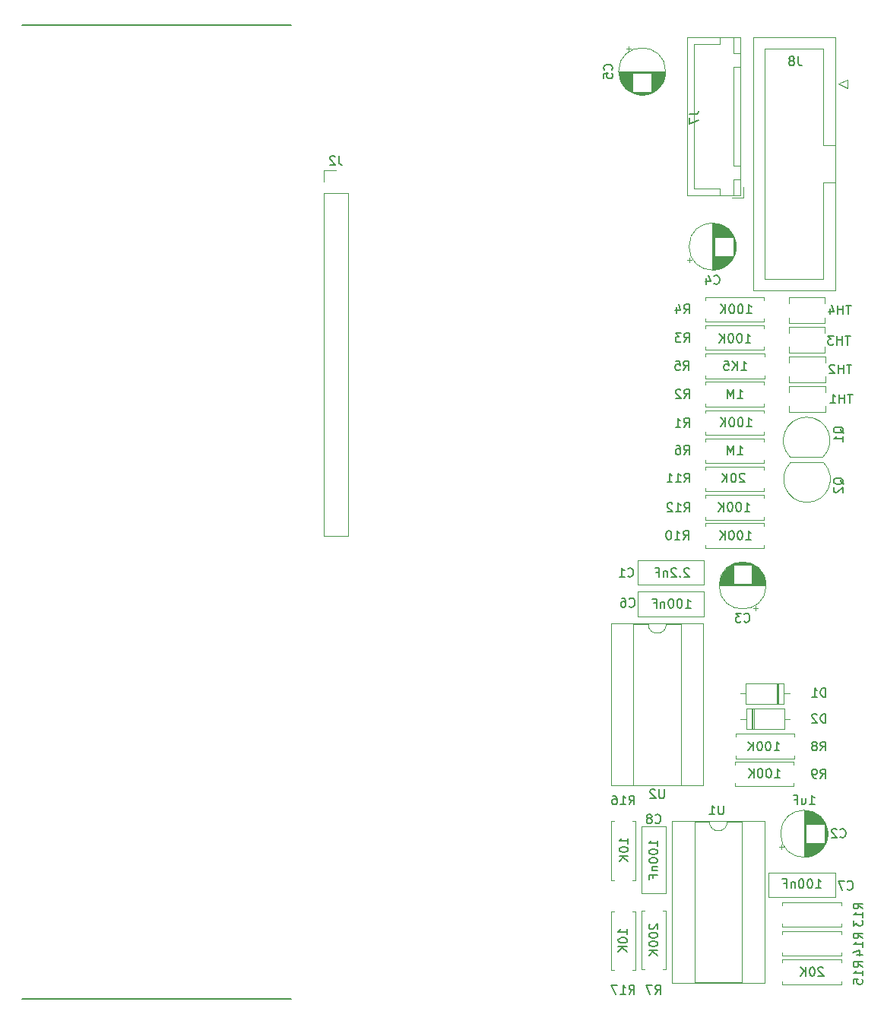
<source format=gbr>
%TF.GenerationSoftware,KiCad,Pcbnew,5.1.9+dfsg1-1~bpo10+1*%
%TF.CreationDate,2021-11-05T16:17:06+08:00*%
%TF.ProjectId,MiniOSC,4d696e69-4f53-4432-9e6b-696361645f70,rev?*%
%TF.SameCoordinates,Original*%
%TF.FileFunction,Legend,Bot*%
%TF.FilePolarity,Positive*%
%FSLAX46Y46*%
G04 Gerber Fmt 4.6, Leading zero omitted, Abs format (unit mm)*
G04 Created by KiCad (PCBNEW 5.1.9+dfsg1-1~bpo10+1) date 2021-11-05 16:17:06*
%MOMM*%
%LPD*%
G01*
G04 APERTURE LIST*
%ADD10C,0.150000*%
%ADD11C,0.120000*%
G04 APERTURE END LIST*
D10*
X40000000Y-163500000D02*
X70000000Y-163500000D01*
X70000000Y-55000000D02*
X40000000Y-55000000D01*
D11*
%TO.C,J2*%
X75000000Y-71170000D02*
X73670000Y-71170000D01*
X73670000Y-71170000D02*
X73670000Y-72500000D01*
X73670000Y-73770000D02*
X73670000Y-111930000D01*
X76330000Y-111930000D02*
X73670000Y-111930000D01*
X76330000Y-73770000D02*
X76330000Y-111930000D01*
X76330000Y-73770000D02*
X73670000Y-73770000D01*
%TO.C,C1*%
X116020000Y-114630000D02*
X108580000Y-114630000D01*
X116020000Y-117370000D02*
X108580000Y-117370000D01*
X116020000Y-114630000D02*
X116020000Y-117370000D01*
X108580000Y-114630000D02*
X108580000Y-117370000D01*
%TO.C,C2*%
X129770000Y-145100000D02*
G75*
G03*
X129770000Y-145100000I-2620000J0D01*
G01*
X127150000Y-147680000D02*
X127150000Y-142520000D01*
X127190000Y-147680000D02*
X127190000Y-142520000D01*
X127230000Y-147679000D02*
X127230000Y-142521000D01*
X127270000Y-147678000D02*
X127270000Y-142522000D01*
X127310000Y-147676000D02*
X127310000Y-142524000D01*
X127350000Y-147673000D02*
X127350000Y-142527000D01*
X127390000Y-147669000D02*
X127390000Y-146140000D01*
X127390000Y-144060000D02*
X127390000Y-142531000D01*
X127430000Y-147665000D02*
X127430000Y-146140000D01*
X127430000Y-144060000D02*
X127430000Y-142535000D01*
X127470000Y-147661000D02*
X127470000Y-146140000D01*
X127470000Y-144060000D02*
X127470000Y-142539000D01*
X127510000Y-147656000D02*
X127510000Y-146140000D01*
X127510000Y-144060000D02*
X127510000Y-142544000D01*
X127550000Y-147650000D02*
X127550000Y-146140000D01*
X127550000Y-144060000D02*
X127550000Y-142550000D01*
X127590000Y-147643000D02*
X127590000Y-146140000D01*
X127590000Y-144060000D02*
X127590000Y-142557000D01*
X127630000Y-147636000D02*
X127630000Y-146140000D01*
X127630000Y-144060000D02*
X127630000Y-142564000D01*
X127670000Y-147628000D02*
X127670000Y-146140000D01*
X127670000Y-144060000D02*
X127670000Y-142572000D01*
X127710000Y-147620000D02*
X127710000Y-146140000D01*
X127710000Y-144060000D02*
X127710000Y-142580000D01*
X127750000Y-147611000D02*
X127750000Y-146140000D01*
X127750000Y-144060000D02*
X127750000Y-142589000D01*
X127790000Y-147601000D02*
X127790000Y-146140000D01*
X127790000Y-144060000D02*
X127790000Y-142599000D01*
X127830000Y-147591000D02*
X127830000Y-146140000D01*
X127830000Y-144060000D02*
X127830000Y-142609000D01*
X127871000Y-147580000D02*
X127871000Y-146140000D01*
X127871000Y-144060000D02*
X127871000Y-142620000D01*
X127911000Y-147568000D02*
X127911000Y-146140000D01*
X127911000Y-144060000D02*
X127911000Y-142632000D01*
X127951000Y-147555000D02*
X127951000Y-146140000D01*
X127951000Y-144060000D02*
X127951000Y-142645000D01*
X127991000Y-147542000D02*
X127991000Y-146140000D01*
X127991000Y-144060000D02*
X127991000Y-142658000D01*
X128031000Y-147528000D02*
X128031000Y-146140000D01*
X128031000Y-144060000D02*
X128031000Y-142672000D01*
X128071000Y-147514000D02*
X128071000Y-146140000D01*
X128071000Y-144060000D02*
X128071000Y-142686000D01*
X128111000Y-147498000D02*
X128111000Y-146140000D01*
X128111000Y-144060000D02*
X128111000Y-142702000D01*
X128151000Y-147482000D02*
X128151000Y-146140000D01*
X128151000Y-144060000D02*
X128151000Y-142718000D01*
X128191000Y-147465000D02*
X128191000Y-146140000D01*
X128191000Y-144060000D02*
X128191000Y-142735000D01*
X128231000Y-147448000D02*
X128231000Y-146140000D01*
X128231000Y-144060000D02*
X128231000Y-142752000D01*
X128271000Y-147429000D02*
X128271000Y-146140000D01*
X128271000Y-144060000D02*
X128271000Y-142771000D01*
X128311000Y-147410000D02*
X128311000Y-146140000D01*
X128311000Y-144060000D02*
X128311000Y-142790000D01*
X128351000Y-147390000D02*
X128351000Y-146140000D01*
X128351000Y-144060000D02*
X128351000Y-142810000D01*
X128391000Y-147368000D02*
X128391000Y-146140000D01*
X128391000Y-144060000D02*
X128391000Y-142832000D01*
X128431000Y-147347000D02*
X128431000Y-146140000D01*
X128431000Y-144060000D02*
X128431000Y-142853000D01*
X128471000Y-147324000D02*
X128471000Y-146140000D01*
X128471000Y-144060000D02*
X128471000Y-142876000D01*
X128511000Y-147300000D02*
X128511000Y-146140000D01*
X128511000Y-144060000D02*
X128511000Y-142900000D01*
X128551000Y-147275000D02*
X128551000Y-146140000D01*
X128551000Y-144060000D02*
X128551000Y-142925000D01*
X128591000Y-147249000D02*
X128591000Y-146140000D01*
X128591000Y-144060000D02*
X128591000Y-142951000D01*
X128631000Y-147222000D02*
X128631000Y-146140000D01*
X128631000Y-144060000D02*
X128631000Y-142978000D01*
X128671000Y-147195000D02*
X128671000Y-146140000D01*
X128671000Y-144060000D02*
X128671000Y-143005000D01*
X128711000Y-147165000D02*
X128711000Y-146140000D01*
X128711000Y-144060000D02*
X128711000Y-143035000D01*
X128751000Y-147135000D02*
X128751000Y-146140000D01*
X128751000Y-144060000D02*
X128751000Y-143065000D01*
X128791000Y-147104000D02*
X128791000Y-146140000D01*
X128791000Y-144060000D02*
X128791000Y-143096000D01*
X128831000Y-147071000D02*
X128831000Y-146140000D01*
X128831000Y-144060000D02*
X128831000Y-143129000D01*
X128871000Y-147037000D02*
X128871000Y-146140000D01*
X128871000Y-144060000D02*
X128871000Y-143163000D01*
X128911000Y-147001000D02*
X128911000Y-146140000D01*
X128911000Y-144060000D02*
X128911000Y-143199000D01*
X128951000Y-146964000D02*
X128951000Y-146140000D01*
X128951000Y-144060000D02*
X128951000Y-143236000D01*
X128991000Y-146926000D02*
X128991000Y-146140000D01*
X128991000Y-144060000D02*
X128991000Y-143274000D01*
X129031000Y-146885000D02*
X129031000Y-146140000D01*
X129031000Y-144060000D02*
X129031000Y-143315000D01*
X129071000Y-146843000D02*
X129071000Y-146140000D01*
X129071000Y-144060000D02*
X129071000Y-143357000D01*
X129111000Y-146799000D02*
X129111000Y-146140000D01*
X129111000Y-144060000D02*
X129111000Y-143401000D01*
X129151000Y-146753000D02*
X129151000Y-146140000D01*
X129151000Y-144060000D02*
X129151000Y-143447000D01*
X129191000Y-146705000D02*
X129191000Y-146140000D01*
X129191000Y-144060000D02*
X129191000Y-143495000D01*
X129231000Y-146654000D02*
X129231000Y-146140000D01*
X129231000Y-144060000D02*
X129231000Y-143546000D01*
X129271000Y-146600000D02*
X129271000Y-146140000D01*
X129271000Y-144060000D02*
X129271000Y-143600000D01*
X129311000Y-146543000D02*
X129311000Y-146140000D01*
X129311000Y-144060000D02*
X129311000Y-143657000D01*
X129351000Y-146483000D02*
X129351000Y-146140000D01*
X129351000Y-144060000D02*
X129351000Y-143717000D01*
X129391000Y-146419000D02*
X129391000Y-146140000D01*
X129391000Y-144060000D02*
X129391000Y-143781000D01*
X129431000Y-146351000D02*
X129431000Y-146140000D01*
X129431000Y-144060000D02*
X129431000Y-143849000D01*
X129471000Y-146278000D02*
X129471000Y-143922000D01*
X129511000Y-146198000D02*
X129511000Y-144002000D01*
X129551000Y-146111000D02*
X129551000Y-144089000D01*
X129591000Y-146015000D02*
X129591000Y-144185000D01*
X129631000Y-145905000D02*
X129631000Y-144295000D01*
X129671000Y-145777000D02*
X129671000Y-144423000D01*
X129711000Y-145618000D02*
X129711000Y-144582000D01*
X129751000Y-145384000D02*
X129751000Y-144816000D01*
X124345225Y-146575000D02*
X124845225Y-146575000D01*
X124595225Y-146825000D02*
X124595225Y-146325000D01*
%TO.C,C3*%
X122025000Y-120004775D02*
X121525000Y-120004775D01*
X121775000Y-120254775D02*
X121775000Y-119754775D01*
X120584000Y-114849000D02*
X120016000Y-114849000D01*
X120818000Y-114889000D02*
X119782000Y-114889000D01*
X120977000Y-114929000D02*
X119623000Y-114929000D01*
X121105000Y-114969000D02*
X119495000Y-114969000D01*
X121215000Y-115009000D02*
X119385000Y-115009000D01*
X121311000Y-115049000D02*
X119289000Y-115049000D01*
X121398000Y-115089000D02*
X119202000Y-115089000D01*
X121478000Y-115129000D02*
X119122000Y-115129000D01*
X119260000Y-115169000D02*
X119049000Y-115169000D01*
X121551000Y-115169000D02*
X121340000Y-115169000D01*
X119260000Y-115209000D02*
X118981000Y-115209000D01*
X121619000Y-115209000D02*
X121340000Y-115209000D01*
X119260000Y-115249000D02*
X118917000Y-115249000D01*
X121683000Y-115249000D02*
X121340000Y-115249000D01*
X119260000Y-115289000D02*
X118857000Y-115289000D01*
X121743000Y-115289000D02*
X121340000Y-115289000D01*
X119260000Y-115329000D02*
X118800000Y-115329000D01*
X121800000Y-115329000D02*
X121340000Y-115329000D01*
X119260000Y-115369000D02*
X118746000Y-115369000D01*
X121854000Y-115369000D02*
X121340000Y-115369000D01*
X119260000Y-115409000D02*
X118695000Y-115409000D01*
X121905000Y-115409000D02*
X121340000Y-115409000D01*
X119260000Y-115449000D02*
X118647000Y-115449000D01*
X121953000Y-115449000D02*
X121340000Y-115449000D01*
X119260000Y-115489000D02*
X118601000Y-115489000D01*
X121999000Y-115489000D02*
X121340000Y-115489000D01*
X119260000Y-115529000D02*
X118557000Y-115529000D01*
X122043000Y-115529000D02*
X121340000Y-115529000D01*
X119260000Y-115569000D02*
X118515000Y-115569000D01*
X122085000Y-115569000D02*
X121340000Y-115569000D01*
X119260000Y-115609000D02*
X118474000Y-115609000D01*
X122126000Y-115609000D02*
X121340000Y-115609000D01*
X119260000Y-115649000D02*
X118436000Y-115649000D01*
X122164000Y-115649000D02*
X121340000Y-115649000D01*
X119260000Y-115689000D02*
X118399000Y-115689000D01*
X122201000Y-115689000D02*
X121340000Y-115689000D01*
X119260000Y-115729000D02*
X118363000Y-115729000D01*
X122237000Y-115729000D02*
X121340000Y-115729000D01*
X119260000Y-115769000D02*
X118329000Y-115769000D01*
X122271000Y-115769000D02*
X121340000Y-115769000D01*
X119260000Y-115809000D02*
X118296000Y-115809000D01*
X122304000Y-115809000D02*
X121340000Y-115809000D01*
X119260000Y-115849000D02*
X118265000Y-115849000D01*
X122335000Y-115849000D02*
X121340000Y-115849000D01*
X119260000Y-115889000D02*
X118235000Y-115889000D01*
X122365000Y-115889000D02*
X121340000Y-115889000D01*
X119260000Y-115929000D02*
X118205000Y-115929000D01*
X122395000Y-115929000D02*
X121340000Y-115929000D01*
X119260000Y-115969000D02*
X118178000Y-115969000D01*
X122422000Y-115969000D02*
X121340000Y-115969000D01*
X119260000Y-116009000D02*
X118151000Y-116009000D01*
X122449000Y-116009000D02*
X121340000Y-116009000D01*
X119260000Y-116049000D02*
X118125000Y-116049000D01*
X122475000Y-116049000D02*
X121340000Y-116049000D01*
X119260000Y-116089000D02*
X118100000Y-116089000D01*
X122500000Y-116089000D02*
X121340000Y-116089000D01*
X119260000Y-116129000D02*
X118076000Y-116129000D01*
X122524000Y-116129000D02*
X121340000Y-116129000D01*
X119260000Y-116169000D02*
X118053000Y-116169000D01*
X122547000Y-116169000D02*
X121340000Y-116169000D01*
X119260000Y-116209000D02*
X118032000Y-116209000D01*
X122568000Y-116209000D02*
X121340000Y-116209000D01*
X119260000Y-116249000D02*
X118010000Y-116249000D01*
X122590000Y-116249000D02*
X121340000Y-116249000D01*
X119260000Y-116289000D02*
X117990000Y-116289000D01*
X122610000Y-116289000D02*
X121340000Y-116289000D01*
X119260000Y-116329000D02*
X117971000Y-116329000D01*
X122629000Y-116329000D02*
X121340000Y-116329000D01*
X119260000Y-116369000D02*
X117952000Y-116369000D01*
X122648000Y-116369000D02*
X121340000Y-116369000D01*
X119260000Y-116409000D02*
X117935000Y-116409000D01*
X122665000Y-116409000D02*
X121340000Y-116409000D01*
X119260000Y-116449000D02*
X117918000Y-116449000D01*
X122682000Y-116449000D02*
X121340000Y-116449000D01*
X119260000Y-116489000D02*
X117902000Y-116489000D01*
X122698000Y-116489000D02*
X121340000Y-116489000D01*
X119260000Y-116529000D02*
X117886000Y-116529000D01*
X122714000Y-116529000D02*
X121340000Y-116529000D01*
X119260000Y-116569000D02*
X117872000Y-116569000D01*
X122728000Y-116569000D02*
X121340000Y-116569000D01*
X119260000Y-116609000D02*
X117858000Y-116609000D01*
X122742000Y-116609000D02*
X121340000Y-116609000D01*
X119260000Y-116649000D02*
X117845000Y-116649000D01*
X122755000Y-116649000D02*
X121340000Y-116649000D01*
X119260000Y-116689000D02*
X117832000Y-116689000D01*
X122768000Y-116689000D02*
X121340000Y-116689000D01*
X119260000Y-116729000D02*
X117820000Y-116729000D01*
X122780000Y-116729000D02*
X121340000Y-116729000D01*
X119260000Y-116770000D02*
X117809000Y-116770000D01*
X122791000Y-116770000D02*
X121340000Y-116770000D01*
X119260000Y-116810000D02*
X117799000Y-116810000D01*
X122801000Y-116810000D02*
X121340000Y-116810000D01*
X119260000Y-116850000D02*
X117789000Y-116850000D01*
X122811000Y-116850000D02*
X121340000Y-116850000D01*
X119260000Y-116890000D02*
X117780000Y-116890000D01*
X122820000Y-116890000D02*
X121340000Y-116890000D01*
X119260000Y-116930000D02*
X117772000Y-116930000D01*
X122828000Y-116930000D02*
X121340000Y-116930000D01*
X119260000Y-116970000D02*
X117764000Y-116970000D01*
X122836000Y-116970000D02*
X121340000Y-116970000D01*
X119260000Y-117010000D02*
X117757000Y-117010000D01*
X122843000Y-117010000D02*
X121340000Y-117010000D01*
X119260000Y-117050000D02*
X117750000Y-117050000D01*
X122850000Y-117050000D02*
X121340000Y-117050000D01*
X119260000Y-117090000D02*
X117744000Y-117090000D01*
X122856000Y-117090000D02*
X121340000Y-117090000D01*
X119260000Y-117130000D02*
X117739000Y-117130000D01*
X122861000Y-117130000D02*
X121340000Y-117130000D01*
X119260000Y-117170000D02*
X117735000Y-117170000D01*
X122865000Y-117170000D02*
X121340000Y-117170000D01*
X119260000Y-117210000D02*
X117731000Y-117210000D01*
X122869000Y-117210000D02*
X121340000Y-117210000D01*
X122873000Y-117250000D02*
X117727000Y-117250000D01*
X122876000Y-117290000D02*
X117724000Y-117290000D01*
X122878000Y-117330000D02*
X117722000Y-117330000D01*
X122879000Y-117370000D02*
X117721000Y-117370000D01*
X122880000Y-117410000D02*
X117720000Y-117410000D01*
X122880000Y-117450000D02*
X117720000Y-117450000D01*
X122920000Y-117450000D02*
G75*
G03*
X122920000Y-117450000I-2620000J0D01*
G01*
%TO.C,C6*%
X116020000Y-120870000D02*
X116020000Y-118130000D01*
X108580000Y-120870000D02*
X108580000Y-118130000D01*
X108580000Y-118130000D02*
X116020000Y-118130000D01*
X108580000Y-120870000D02*
X116020000Y-120870000D01*
%TO.C,C7*%
X130620000Y-152170000D02*
X130620000Y-149430000D01*
X123180000Y-152170000D02*
X123180000Y-149430000D01*
X123180000Y-149430000D02*
X130620000Y-149430000D01*
X123180000Y-152170000D02*
X130620000Y-152170000D01*
%TO.C,C8*%
X109030000Y-144280000D02*
X109030000Y-151720000D01*
X111770000Y-144280000D02*
X111770000Y-151720000D01*
X109030000Y-144280000D02*
X111770000Y-144280000D01*
X109030000Y-151720000D02*
X111770000Y-151720000D01*
%TO.C,D1*%
X124310000Y-128380000D02*
X124310000Y-130620000D01*
X124070000Y-128380000D02*
X124070000Y-130620000D01*
X124190000Y-128380000D02*
X124190000Y-130620000D01*
X120020000Y-129500000D02*
X120670000Y-129500000D01*
X125560000Y-129500000D02*
X124910000Y-129500000D01*
X120670000Y-128380000D02*
X124910000Y-128380000D01*
X120670000Y-130620000D02*
X120670000Y-128380000D01*
X124910000Y-130620000D02*
X120670000Y-130620000D01*
X124910000Y-128380000D02*
X124910000Y-130620000D01*
%TO.C,D2*%
X120690000Y-133420000D02*
X120690000Y-131180000D01*
X120690000Y-131180000D02*
X124930000Y-131180000D01*
X124930000Y-131180000D02*
X124930000Y-133420000D01*
X124930000Y-133420000D02*
X120690000Y-133420000D01*
X120040000Y-132300000D02*
X120690000Y-132300000D01*
X125580000Y-132300000D02*
X124930000Y-132300000D01*
X121410000Y-133420000D02*
X121410000Y-131180000D01*
X121530000Y-133420000D02*
X121530000Y-131180000D01*
X121290000Y-133420000D02*
X121290000Y-131180000D01*
%TO.C,J7*%
X120350000Y-74300000D02*
X119100000Y-74300000D01*
X120350000Y-73050000D02*
X120350000Y-74300000D01*
X114850000Y-57150000D02*
X114850000Y-65200000D01*
X117800000Y-57150000D02*
X114850000Y-57150000D01*
X117800000Y-56400000D02*
X117800000Y-57150000D01*
X114850000Y-73250000D02*
X114850000Y-65200000D01*
X117800000Y-73250000D02*
X114850000Y-73250000D01*
X117800000Y-74000000D02*
X117800000Y-73250000D01*
X120050000Y-56400000D02*
X120050000Y-58200000D01*
X119300000Y-56400000D02*
X120050000Y-56400000D01*
X119300000Y-58200000D02*
X119300000Y-56400000D01*
X120050000Y-58200000D02*
X119300000Y-58200000D01*
X120050000Y-72200000D02*
X120050000Y-74000000D01*
X119300000Y-72200000D02*
X120050000Y-72200000D01*
X119300000Y-74000000D02*
X119300000Y-72200000D01*
X120050000Y-74000000D02*
X119300000Y-74000000D01*
X120050000Y-59700000D02*
X120050000Y-70700000D01*
X119300000Y-59700000D02*
X120050000Y-59700000D01*
X119300000Y-70700000D02*
X119300000Y-59700000D01*
X120050000Y-70700000D02*
X119300000Y-70700000D01*
X120060000Y-56390000D02*
X120060000Y-74010000D01*
X114090000Y-56390000D02*
X120060000Y-56390000D01*
X114090000Y-74010000D02*
X114090000Y-56390000D01*
X120060000Y-74010000D02*
X114090000Y-74010000D01*
%TO.C,J8*%
X131980000Y-62100000D02*
X130980000Y-61600000D01*
X131980000Y-61100000D02*
X131980000Y-62100000D01*
X130980000Y-61600000D02*
X131980000Y-61100000D01*
X129280000Y-72540000D02*
X130590000Y-72540000D01*
X129280000Y-72540000D02*
X129280000Y-72540000D01*
X129280000Y-83290000D02*
X129280000Y-72540000D01*
X122780000Y-83290000D02*
X129280000Y-83290000D01*
X122780000Y-57690000D02*
X122780000Y-83290000D01*
X129280000Y-57690000D02*
X122780000Y-57690000D01*
X129280000Y-68440000D02*
X129280000Y-57690000D01*
X130590000Y-68440000D02*
X129280000Y-68440000D01*
X130590000Y-84590000D02*
X130590000Y-56390000D01*
X121470000Y-84590000D02*
X130590000Y-84590000D01*
X121470000Y-56390000D02*
X121470000Y-84590000D01*
X130590000Y-56390000D02*
X121470000Y-56390000D01*
%TO.C,Q1*%
X129230000Y-103150000D02*
X125630000Y-103150000D01*
X125591522Y-103138478D02*
G75*
G02*
X127430000Y-98700000I1838478J1838478D01*
G01*
X129268478Y-103138478D02*
G75*
G03*
X127430000Y-98700000I-1838478J1838478D01*
G01*
%TO.C,Q2*%
X125670000Y-103750000D02*
X129270000Y-103750000D01*
X125631522Y-103761522D02*
G75*
G03*
X127470000Y-108200000I1838478J-1838478D01*
G01*
X129308478Y-103761522D02*
G75*
G02*
X127470000Y-108200000I-1838478J-1838478D01*
G01*
%TO.C,R1*%
X116170000Y-100670000D02*
X116170000Y-100340000D01*
X122710000Y-100670000D02*
X116170000Y-100670000D01*
X122710000Y-100340000D02*
X122710000Y-100670000D01*
X116170000Y-97930000D02*
X116170000Y-98260000D01*
X122710000Y-97930000D02*
X116170000Y-97930000D01*
X122710000Y-98260000D02*
X122710000Y-97930000D01*
%TO.C,R2*%
X122710000Y-95110000D02*
X122710000Y-94780000D01*
X122710000Y-94780000D02*
X116170000Y-94780000D01*
X116170000Y-94780000D02*
X116170000Y-95110000D01*
X122710000Y-97190000D02*
X122710000Y-97520000D01*
X122710000Y-97520000D02*
X116170000Y-97520000D01*
X116170000Y-97520000D02*
X116170000Y-97190000D01*
%TO.C,R3*%
X122710000Y-88810000D02*
X122710000Y-88480000D01*
X122710000Y-88480000D02*
X116170000Y-88480000D01*
X116170000Y-88480000D02*
X116170000Y-88810000D01*
X122710000Y-90890000D02*
X122710000Y-91220000D01*
X122710000Y-91220000D02*
X116170000Y-91220000D01*
X116170000Y-91220000D02*
X116170000Y-90890000D01*
%TO.C,R4*%
X116170000Y-88070000D02*
X116170000Y-87740000D01*
X122710000Y-88070000D02*
X116170000Y-88070000D01*
X122710000Y-87740000D02*
X122710000Y-88070000D01*
X116170000Y-85330000D02*
X116170000Y-85660000D01*
X122710000Y-85330000D02*
X116170000Y-85330000D01*
X122710000Y-85660000D02*
X122710000Y-85330000D01*
%TO.C,R5*%
X116190000Y-94040000D02*
X116190000Y-94370000D01*
X116190000Y-94370000D02*
X122730000Y-94370000D01*
X122730000Y-94370000D02*
X122730000Y-94040000D01*
X116190000Y-91960000D02*
X116190000Y-91630000D01*
X116190000Y-91630000D02*
X122730000Y-91630000D01*
X122730000Y-91630000D02*
X122730000Y-91960000D01*
%TO.C,R6*%
X116170000Y-103820000D02*
X116170000Y-103490000D01*
X122710000Y-103820000D02*
X116170000Y-103820000D01*
X122710000Y-103490000D02*
X122710000Y-103820000D01*
X116170000Y-101080000D02*
X116170000Y-101410000D01*
X122710000Y-101080000D02*
X116170000Y-101080000D01*
X122710000Y-101410000D02*
X122710000Y-101080000D01*
%TO.C,R7*%
X111770000Y-160180000D02*
X111440000Y-160180000D01*
X111770000Y-153640000D02*
X111770000Y-160180000D01*
X111440000Y-153640000D02*
X111770000Y-153640000D01*
X109030000Y-160180000D02*
X109360000Y-160180000D01*
X109030000Y-153640000D02*
X109030000Y-160180000D01*
X109360000Y-153640000D02*
X109030000Y-153640000D01*
%TO.C,R8*%
X126060000Y-134310000D02*
X126060000Y-133980000D01*
X126060000Y-133980000D02*
X119520000Y-133980000D01*
X119520000Y-133980000D02*
X119520000Y-134310000D01*
X126060000Y-136390000D02*
X126060000Y-136720000D01*
X126060000Y-136720000D02*
X119520000Y-136720000D01*
X119520000Y-136720000D02*
X119520000Y-136390000D01*
%TO.C,R9*%
X119470000Y-139820000D02*
X119470000Y-139490000D01*
X126010000Y-139820000D02*
X119470000Y-139820000D01*
X126010000Y-139490000D02*
X126010000Y-139820000D01*
X119470000Y-137080000D02*
X119470000Y-137410000D01*
X126010000Y-137080000D02*
X119470000Y-137080000D01*
X126010000Y-137410000D02*
X126010000Y-137080000D01*
%TO.C,R10*%
X122680000Y-110530000D02*
X122680000Y-110860000D01*
X116140000Y-110530000D02*
X122680000Y-110530000D01*
X116140000Y-110860000D02*
X116140000Y-110530000D01*
X122680000Y-113270000D02*
X122680000Y-112940000D01*
X116140000Y-113270000D02*
X122680000Y-113270000D01*
X116140000Y-112940000D02*
X116140000Y-113270000D01*
%TO.C,R11*%
X122710000Y-104560000D02*
X122710000Y-104230000D01*
X122710000Y-104230000D02*
X116170000Y-104230000D01*
X116170000Y-104230000D02*
X116170000Y-104560000D01*
X122710000Y-106640000D02*
X122710000Y-106970000D01*
X122710000Y-106970000D02*
X116170000Y-106970000D01*
X116170000Y-106970000D02*
X116170000Y-106640000D01*
%TO.C,R12*%
X116170000Y-110120000D02*
X116170000Y-109790000D01*
X122710000Y-110120000D02*
X116170000Y-110120000D01*
X122710000Y-109790000D02*
X122710000Y-110120000D01*
X116170000Y-107380000D02*
X116170000Y-107710000D01*
X122710000Y-107380000D02*
X116170000Y-107380000D01*
X122710000Y-107710000D02*
X122710000Y-107380000D01*
%TO.C,R13*%
X131280000Y-152730000D02*
X131280000Y-153060000D01*
X124740000Y-152730000D02*
X131280000Y-152730000D01*
X124740000Y-153060000D02*
X124740000Y-152730000D01*
X131280000Y-155470000D02*
X131280000Y-155140000D01*
X124740000Y-155470000D02*
X131280000Y-155470000D01*
X124740000Y-155140000D02*
X124740000Y-155470000D01*
%TO.C,R14*%
X124740000Y-158340000D02*
X124740000Y-158670000D01*
X124740000Y-158670000D02*
X131280000Y-158670000D01*
X131280000Y-158670000D02*
X131280000Y-158340000D01*
X124740000Y-156260000D02*
X124740000Y-155930000D01*
X124740000Y-155930000D02*
X131280000Y-155930000D01*
X131280000Y-155930000D02*
X131280000Y-156260000D01*
%TO.C,R15*%
X124740000Y-161540000D02*
X124740000Y-161870000D01*
X124740000Y-161870000D02*
X131280000Y-161870000D01*
X131280000Y-161870000D02*
X131280000Y-161540000D01*
X124740000Y-159460000D02*
X124740000Y-159130000D01*
X124740000Y-159130000D02*
X131280000Y-159130000D01*
X131280000Y-159130000D02*
X131280000Y-159460000D01*
%TO.C,R16*%
X108040000Y-150260000D02*
X108370000Y-150260000D01*
X108370000Y-150260000D02*
X108370000Y-143720000D01*
X108370000Y-143720000D02*
X108040000Y-143720000D01*
X105960000Y-150260000D02*
X105630000Y-150260000D01*
X105630000Y-150260000D02*
X105630000Y-143720000D01*
X105630000Y-143720000D02*
X105960000Y-143720000D01*
%TO.C,R17*%
X105630000Y-153720000D02*
X105960000Y-153720000D01*
X105630000Y-160260000D02*
X105630000Y-153720000D01*
X105960000Y-160260000D02*
X105630000Y-160260000D01*
X108370000Y-153720000D02*
X108040000Y-153720000D01*
X108370000Y-160260000D02*
X108370000Y-153720000D01*
X108040000Y-160260000D02*
X108370000Y-160260000D01*
%TO.C,TH1*%
X129520000Y-95280000D02*
X125480000Y-95280000D01*
X129520000Y-98120000D02*
X125480000Y-98120000D01*
X129520000Y-95280000D02*
X129520000Y-95905000D01*
X129520000Y-97495000D02*
X129520000Y-98120000D01*
X125480000Y-95280000D02*
X125480000Y-95905000D01*
X125480000Y-97495000D02*
X125480000Y-98120000D01*
%TO.C,TH2*%
X125480000Y-94195000D02*
X125480000Y-94820000D01*
X125480000Y-91980000D02*
X125480000Y-92605000D01*
X129520000Y-94195000D02*
X129520000Y-94820000D01*
X129520000Y-91980000D02*
X129520000Y-92605000D01*
X129520000Y-94820000D02*
X125480000Y-94820000D01*
X129520000Y-91980000D02*
X125480000Y-91980000D01*
%TO.C,TH3*%
X125430000Y-91520000D02*
X129470000Y-91520000D01*
X125430000Y-88680000D02*
X129470000Y-88680000D01*
X125430000Y-91520000D02*
X125430000Y-90895000D01*
X125430000Y-89305000D02*
X125430000Y-88680000D01*
X129470000Y-91520000D02*
X129470000Y-90895000D01*
X129470000Y-89305000D02*
X129470000Y-88680000D01*
%TO.C,TH4*%
X125430000Y-87595000D02*
X125430000Y-88220000D01*
X125430000Y-85380000D02*
X125430000Y-86005000D01*
X129470000Y-87595000D02*
X129470000Y-88220000D01*
X129470000Y-85380000D02*
X129470000Y-86005000D01*
X129470000Y-88220000D02*
X125430000Y-88220000D01*
X129470000Y-85380000D02*
X125430000Y-85380000D01*
%TO.C,U1*%
X118590000Y-143770000D02*
X120240000Y-143770000D01*
X120240000Y-143770000D02*
X120240000Y-161670000D01*
X120240000Y-161670000D02*
X114940000Y-161670000D01*
X114940000Y-161670000D02*
X114940000Y-143770000D01*
X114940000Y-143770000D02*
X116590000Y-143770000D01*
X122730000Y-143710000D02*
X122730000Y-161730000D01*
X122730000Y-161730000D02*
X112450000Y-161730000D01*
X112450000Y-161730000D02*
X112450000Y-143710000D01*
X112450000Y-143710000D02*
X122730000Y-143710000D01*
X116590000Y-143770000D02*
G75*
G03*
X118590000Y-143770000I1000000J0D01*
G01*
%TO.C,U2*%
X105650000Y-121710000D02*
X115930000Y-121710000D01*
X105650000Y-139730000D02*
X105650000Y-121710000D01*
X115930000Y-139730000D02*
X105650000Y-139730000D01*
X115930000Y-121710000D02*
X115930000Y-139730000D01*
X108140000Y-121770000D02*
X109790000Y-121770000D01*
X108140000Y-139670000D02*
X108140000Y-121770000D01*
X113440000Y-139670000D02*
X108140000Y-139670000D01*
X113440000Y-121770000D02*
X113440000Y-139670000D01*
X111790000Y-121770000D02*
X113440000Y-121770000D01*
X109790000Y-121770000D02*
G75*
G03*
X111790000Y-121770000I1000000J0D01*
G01*
%TO.C,C4*%
X114395225Y-81425000D02*
X114395225Y-80925000D01*
X114145225Y-81175000D02*
X114645225Y-81175000D01*
X119551000Y-79984000D02*
X119551000Y-79416000D01*
X119511000Y-80218000D02*
X119511000Y-79182000D01*
X119471000Y-80377000D02*
X119471000Y-79023000D01*
X119431000Y-80505000D02*
X119431000Y-78895000D01*
X119391000Y-80615000D02*
X119391000Y-78785000D01*
X119351000Y-80711000D02*
X119351000Y-78689000D01*
X119311000Y-80798000D02*
X119311000Y-78602000D01*
X119271000Y-80878000D02*
X119271000Y-78522000D01*
X119231000Y-78660000D02*
X119231000Y-78449000D01*
X119231000Y-80951000D02*
X119231000Y-80740000D01*
X119191000Y-78660000D02*
X119191000Y-78381000D01*
X119191000Y-81019000D02*
X119191000Y-80740000D01*
X119151000Y-78660000D02*
X119151000Y-78317000D01*
X119151000Y-81083000D02*
X119151000Y-80740000D01*
X119111000Y-78660000D02*
X119111000Y-78257000D01*
X119111000Y-81143000D02*
X119111000Y-80740000D01*
X119071000Y-78660000D02*
X119071000Y-78200000D01*
X119071000Y-81200000D02*
X119071000Y-80740000D01*
X119031000Y-78660000D02*
X119031000Y-78146000D01*
X119031000Y-81254000D02*
X119031000Y-80740000D01*
X118991000Y-78660000D02*
X118991000Y-78095000D01*
X118991000Y-81305000D02*
X118991000Y-80740000D01*
X118951000Y-78660000D02*
X118951000Y-78047000D01*
X118951000Y-81353000D02*
X118951000Y-80740000D01*
X118911000Y-78660000D02*
X118911000Y-78001000D01*
X118911000Y-81399000D02*
X118911000Y-80740000D01*
X118871000Y-78660000D02*
X118871000Y-77957000D01*
X118871000Y-81443000D02*
X118871000Y-80740000D01*
X118831000Y-78660000D02*
X118831000Y-77915000D01*
X118831000Y-81485000D02*
X118831000Y-80740000D01*
X118791000Y-78660000D02*
X118791000Y-77874000D01*
X118791000Y-81526000D02*
X118791000Y-80740000D01*
X118751000Y-78660000D02*
X118751000Y-77836000D01*
X118751000Y-81564000D02*
X118751000Y-80740000D01*
X118711000Y-78660000D02*
X118711000Y-77799000D01*
X118711000Y-81601000D02*
X118711000Y-80740000D01*
X118671000Y-78660000D02*
X118671000Y-77763000D01*
X118671000Y-81637000D02*
X118671000Y-80740000D01*
X118631000Y-78660000D02*
X118631000Y-77729000D01*
X118631000Y-81671000D02*
X118631000Y-80740000D01*
X118591000Y-78660000D02*
X118591000Y-77696000D01*
X118591000Y-81704000D02*
X118591000Y-80740000D01*
X118551000Y-78660000D02*
X118551000Y-77665000D01*
X118551000Y-81735000D02*
X118551000Y-80740000D01*
X118511000Y-78660000D02*
X118511000Y-77635000D01*
X118511000Y-81765000D02*
X118511000Y-80740000D01*
X118471000Y-78660000D02*
X118471000Y-77605000D01*
X118471000Y-81795000D02*
X118471000Y-80740000D01*
X118431000Y-78660000D02*
X118431000Y-77578000D01*
X118431000Y-81822000D02*
X118431000Y-80740000D01*
X118391000Y-78660000D02*
X118391000Y-77551000D01*
X118391000Y-81849000D02*
X118391000Y-80740000D01*
X118351000Y-78660000D02*
X118351000Y-77525000D01*
X118351000Y-81875000D02*
X118351000Y-80740000D01*
X118311000Y-78660000D02*
X118311000Y-77500000D01*
X118311000Y-81900000D02*
X118311000Y-80740000D01*
X118271000Y-78660000D02*
X118271000Y-77476000D01*
X118271000Y-81924000D02*
X118271000Y-80740000D01*
X118231000Y-78660000D02*
X118231000Y-77453000D01*
X118231000Y-81947000D02*
X118231000Y-80740000D01*
X118191000Y-78660000D02*
X118191000Y-77432000D01*
X118191000Y-81968000D02*
X118191000Y-80740000D01*
X118151000Y-78660000D02*
X118151000Y-77410000D01*
X118151000Y-81990000D02*
X118151000Y-80740000D01*
X118111000Y-78660000D02*
X118111000Y-77390000D01*
X118111000Y-82010000D02*
X118111000Y-80740000D01*
X118071000Y-78660000D02*
X118071000Y-77371000D01*
X118071000Y-82029000D02*
X118071000Y-80740000D01*
X118031000Y-78660000D02*
X118031000Y-77352000D01*
X118031000Y-82048000D02*
X118031000Y-80740000D01*
X117991000Y-78660000D02*
X117991000Y-77335000D01*
X117991000Y-82065000D02*
X117991000Y-80740000D01*
X117951000Y-78660000D02*
X117951000Y-77318000D01*
X117951000Y-82082000D02*
X117951000Y-80740000D01*
X117911000Y-78660000D02*
X117911000Y-77302000D01*
X117911000Y-82098000D02*
X117911000Y-80740000D01*
X117871000Y-78660000D02*
X117871000Y-77286000D01*
X117871000Y-82114000D02*
X117871000Y-80740000D01*
X117831000Y-78660000D02*
X117831000Y-77272000D01*
X117831000Y-82128000D02*
X117831000Y-80740000D01*
X117791000Y-78660000D02*
X117791000Y-77258000D01*
X117791000Y-82142000D02*
X117791000Y-80740000D01*
X117751000Y-78660000D02*
X117751000Y-77245000D01*
X117751000Y-82155000D02*
X117751000Y-80740000D01*
X117711000Y-78660000D02*
X117711000Y-77232000D01*
X117711000Y-82168000D02*
X117711000Y-80740000D01*
X117671000Y-78660000D02*
X117671000Y-77220000D01*
X117671000Y-82180000D02*
X117671000Y-80740000D01*
X117630000Y-78660000D02*
X117630000Y-77209000D01*
X117630000Y-82191000D02*
X117630000Y-80740000D01*
X117590000Y-78660000D02*
X117590000Y-77199000D01*
X117590000Y-82201000D02*
X117590000Y-80740000D01*
X117550000Y-78660000D02*
X117550000Y-77189000D01*
X117550000Y-82211000D02*
X117550000Y-80740000D01*
X117510000Y-78660000D02*
X117510000Y-77180000D01*
X117510000Y-82220000D02*
X117510000Y-80740000D01*
X117470000Y-78660000D02*
X117470000Y-77172000D01*
X117470000Y-82228000D02*
X117470000Y-80740000D01*
X117430000Y-78660000D02*
X117430000Y-77164000D01*
X117430000Y-82236000D02*
X117430000Y-80740000D01*
X117390000Y-78660000D02*
X117390000Y-77157000D01*
X117390000Y-82243000D02*
X117390000Y-80740000D01*
X117350000Y-78660000D02*
X117350000Y-77150000D01*
X117350000Y-82250000D02*
X117350000Y-80740000D01*
X117310000Y-78660000D02*
X117310000Y-77144000D01*
X117310000Y-82256000D02*
X117310000Y-80740000D01*
X117270000Y-78660000D02*
X117270000Y-77139000D01*
X117270000Y-82261000D02*
X117270000Y-80740000D01*
X117230000Y-78660000D02*
X117230000Y-77135000D01*
X117230000Y-82265000D02*
X117230000Y-80740000D01*
X117190000Y-78660000D02*
X117190000Y-77131000D01*
X117190000Y-82269000D02*
X117190000Y-80740000D01*
X117150000Y-82273000D02*
X117150000Y-77127000D01*
X117110000Y-82276000D02*
X117110000Y-77124000D01*
X117070000Y-82278000D02*
X117070000Y-77122000D01*
X117030000Y-82279000D02*
X117030000Y-77121000D01*
X116990000Y-82280000D02*
X116990000Y-77120000D01*
X116950000Y-82280000D02*
X116950000Y-77120000D01*
X119570000Y-79700000D02*
G75*
G03*
X119570000Y-79700000I-2620000J0D01*
G01*
%TO.C,C5*%
X111720000Y-60200000D02*
G75*
G03*
X111720000Y-60200000I-2620000J0D01*
G01*
X106520000Y-60200000D02*
X111680000Y-60200000D01*
X106520000Y-60240000D02*
X111680000Y-60240000D01*
X106521000Y-60280000D02*
X111679000Y-60280000D01*
X106522000Y-60320000D02*
X111678000Y-60320000D01*
X106524000Y-60360000D02*
X111676000Y-60360000D01*
X106527000Y-60400000D02*
X111673000Y-60400000D01*
X106531000Y-60440000D02*
X108060000Y-60440000D01*
X110140000Y-60440000D02*
X111669000Y-60440000D01*
X106535000Y-60480000D02*
X108060000Y-60480000D01*
X110140000Y-60480000D02*
X111665000Y-60480000D01*
X106539000Y-60520000D02*
X108060000Y-60520000D01*
X110140000Y-60520000D02*
X111661000Y-60520000D01*
X106544000Y-60560000D02*
X108060000Y-60560000D01*
X110140000Y-60560000D02*
X111656000Y-60560000D01*
X106550000Y-60600000D02*
X108060000Y-60600000D01*
X110140000Y-60600000D02*
X111650000Y-60600000D01*
X106557000Y-60640000D02*
X108060000Y-60640000D01*
X110140000Y-60640000D02*
X111643000Y-60640000D01*
X106564000Y-60680000D02*
X108060000Y-60680000D01*
X110140000Y-60680000D02*
X111636000Y-60680000D01*
X106572000Y-60720000D02*
X108060000Y-60720000D01*
X110140000Y-60720000D02*
X111628000Y-60720000D01*
X106580000Y-60760000D02*
X108060000Y-60760000D01*
X110140000Y-60760000D02*
X111620000Y-60760000D01*
X106589000Y-60800000D02*
X108060000Y-60800000D01*
X110140000Y-60800000D02*
X111611000Y-60800000D01*
X106599000Y-60840000D02*
X108060000Y-60840000D01*
X110140000Y-60840000D02*
X111601000Y-60840000D01*
X106609000Y-60880000D02*
X108060000Y-60880000D01*
X110140000Y-60880000D02*
X111591000Y-60880000D01*
X106620000Y-60921000D02*
X108060000Y-60921000D01*
X110140000Y-60921000D02*
X111580000Y-60921000D01*
X106632000Y-60961000D02*
X108060000Y-60961000D01*
X110140000Y-60961000D02*
X111568000Y-60961000D01*
X106645000Y-61001000D02*
X108060000Y-61001000D01*
X110140000Y-61001000D02*
X111555000Y-61001000D01*
X106658000Y-61041000D02*
X108060000Y-61041000D01*
X110140000Y-61041000D02*
X111542000Y-61041000D01*
X106672000Y-61081000D02*
X108060000Y-61081000D01*
X110140000Y-61081000D02*
X111528000Y-61081000D01*
X106686000Y-61121000D02*
X108060000Y-61121000D01*
X110140000Y-61121000D02*
X111514000Y-61121000D01*
X106702000Y-61161000D02*
X108060000Y-61161000D01*
X110140000Y-61161000D02*
X111498000Y-61161000D01*
X106718000Y-61201000D02*
X108060000Y-61201000D01*
X110140000Y-61201000D02*
X111482000Y-61201000D01*
X106735000Y-61241000D02*
X108060000Y-61241000D01*
X110140000Y-61241000D02*
X111465000Y-61241000D01*
X106752000Y-61281000D02*
X108060000Y-61281000D01*
X110140000Y-61281000D02*
X111448000Y-61281000D01*
X106771000Y-61321000D02*
X108060000Y-61321000D01*
X110140000Y-61321000D02*
X111429000Y-61321000D01*
X106790000Y-61361000D02*
X108060000Y-61361000D01*
X110140000Y-61361000D02*
X111410000Y-61361000D01*
X106810000Y-61401000D02*
X108060000Y-61401000D01*
X110140000Y-61401000D02*
X111390000Y-61401000D01*
X106832000Y-61441000D02*
X108060000Y-61441000D01*
X110140000Y-61441000D02*
X111368000Y-61441000D01*
X106853000Y-61481000D02*
X108060000Y-61481000D01*
X110140000Y-61481000D02*
X111347000Y-61481000D01*
X106876000Y-61521000D02*
X108060000Y-61521000D01*
X110140000Y-61521000D02*
X111324000Y-61521000D01*
X106900000Y-61561000D02*
X108060000Y-61561000D01*
X110140000Y-61561000D02*
X111300000Y-61561000D01*
X106925000Y-61601000D02*
X108060000Y-61601000D01*
X110140000Y-61601000D02*
X111275000Y-61601000D01*
X106951000Y-61641000D02*
X108060000Y-61641000D01*
X110140000Y-61641000D02*
X111249000Y-61641000D01*
X106978000Y-61681000D02*
X108060000Y-61681000D01*
X110140000Y-61681000D02*
X111222000Y-61681000D01*
X107005000Y-61721000D02*
X108060000Y-61721000D01*
X110140000Y-61721000D02*
X111195000Y-61721000D01*
X107035000Y-61761000D02*
X108060000Y-61761000D01*
X110140000Y-61761000D02*
X111165000Y-61761000D01*
X107065000Y-61801000D02*
X108060000Y-61801000D01*
X110140000Y-61801000D02*
X111135000Y-61801000D01*
X107096000Y-61841000D02*
X108060000Y-61841000D01*
X110140000Y-61841000D02*
X111104000Y-61841000D01*
X107129000Y-61881000D02*
X108060000Y-61881000D01*
X110140000Y-61881000D02*
X111071000Y-61881000D01*
X107163000Y-61921000D02*
X108060000Y-61921000D01*
X110140000Y-61921000D02*
X111037000Y-61921000D01*
X107199000Y-61961000D02*
X108060000Y-61961000D01*
X110140000Y-61961000D02*
X111001000Y-61961000D01*
X107236000Y-62001000D02*
X108060000Y-62001000D01*
X110140000Y-62001000D02*
X110964000Y-62001000D01*
X107274000Y-62041000D02*
X108060000Y-62041000D01*
X110140000Y-62041000D02*
X110926000Y-62041000D01*
X107315000Y-62081000D02*
X108060000Y-62081000D01*
X110140000Y-62081000D02*
X110885000Y-62081000D01*
X107357000Y-62121000D02*
X108060000Y-62121000D01*
X110140000Y-62121000D02*
X110843000Y-62121000D01*
X107401000Y-62161000D02*
X108060000Y-62161000D01*
X110140000Y-62161000D02*
X110799000Y-62161000D01*
X107447000Y-62201000D02*
X108060000Y-62201000D01*
X110140000Y-62201000D02*
X110753000Y-62201000D01*
X107495000Y-62241000D02*
X108060000Y-62241000D01*
X110140000Y-62241000D02*
X110705000Y-62241000D01*
X107546000Y-62281000D02*
X108060000Y-62281000D01*
X110140000Y-62281000D02*
X110654000Y-62281000D01*
X107600000Y-62321000D02*
X108060000Y-62321000D01*
X110140000Y-62321000D02*
X110600000Y-62321000D01*
X107657000Y-62361000D02*
X108060000Y-62361000D01*
X110140000Y-62361000D02*
X110543000Y-62361000D01*
X107717000Y-62401000D02*
X108060000Y-62401000D01*
X110140000Y-62401000D02*
X110483000Y-62401000D01*
X107781000Y-62441000D02*
X108060000Y-62441000D01*
X110140000Y-62441000D02*
X110419000Y-62441000D01*
X107849000Y-62481000D02*
X108060000Y-62481000D01*
X110140000Y-62481000D02*
X110351000Y-62481000D01*
X107922000Y-62521000D02*
X110278000Y-62521000D01*
X108002000Y-62561000D02*
X110198000Y-62561000D01*
X108089000Y-62601000D02*
X110111000Y-62601000D01*
X108185000Y-62641000D02*
X110015000Y-62641000D01*
X108295000Y-62681000D02*
X109905000Y-62681000D01*
X108423000Y-62721000D02*
X109777000Y-62721000D01*
X108582000Y-62761000D02*
X109618000Y-62761000D01*
X108816000Y-62801000D02*
X109384000Y-62801000D01*
X107625000Y-57395225D02*
X107625000Y-57895225D01*
X107375000Y-57645225D02*
X107875000Y-57645225D01*
%TO.C,J2*%
D10*
X75333333Y-69622380D02*
X75333333Y-70336666D01*
X75380952Y-70479523D01*
X75476190Y-70574761D01*
X75619047Y-70622380D01*
X75714285Y-70622380D01*
X74904761Y-69717619D02*
X74857142Y-69670000D01*
X74761904Y-69622380D01*
X74523809Y-69622380D01*
X74428571Y-69670000D01*
X74380952Y-69717619D01*
X74333333Y-69812857D01*
X74333333Y-69908095D01*
X74380952Y-70050952D01*
X74952380Y-70622380D01*
X74333333Y-70622380D01*
%TO.C,C1*%
X107516666Y-116407142D02*
X107564285Y-116454761D01*
X107707142Y-116502380D01*
X107802380Y-116502380D01*
X107945238Y-116454761D01*
X108040476Y-116359523D01*
X108088095Y-116264285D01*
X108135714Y-116073809D01*
X108135714Y-115930952D01*
X108088095Y-115740476D01*
X108040476Y-115645238D01*
X107945238Y-115550000D01*
X107802380Y-115502380D01*
X107707142Y-115502380D01*
X107564285Y-115550000D01*
X107516666Y-115597619D01*
X106564285Y-116502380D02*
X107135714Y-116502380D01*
X106850000Y-116502380D02*
X106850000Y-115502380D01*
X106945238Y-115645238D01*
X107040476Y-115740476D01*
X107135714Y-115788095D01*
X114330952Y-115597619D02*
X114283333Y-115550000D01*
X114188095Y-115502380D01*
X113950000Y-115502380D01*
X113854761Y-115550000D01*
X113807142Y-115597619D01*
X113759523Y-115692857D01*
X113759523Y-115788095D01*
X113807142Y-115930952D01*
X114378571Y-116502380D01*
X113759523Y-116502380D01*
X113330952Y-116407142D02*
X113283333Y-116454761D01*
X113330952Y-116502380D01*
X113378571Y-116454761D01*
X113330952Y-116407142D01*
X113330952Y-116502380D01*
X112902380Y-115597619D02*
X112854761Y-115550000D01*
X112759523Y-115502380D01*
X112521428Y-115502380D01*
X112426190Y-115550000D01*
X112378571Y-115597619D01*
X112330952Y-115692857D01*
X112330952Y-115788095D01*
X112378571Y-115930952D01*
X112950000Y-116502380D01*
X112330952Y-116502380D01*
X111902380Y-115835714D02*
X111902380Y-116502380D01*
X111902380Y-115930952D02*
X111854761Y-115883333D01*
X111759523Y-115835714D01*
X111616666Y-115835714D01*
X111521428Y-115883333D01*
X111473809Y-115978571D01*
X111473809Y-116502380D01*
X110664285Y-115978571D02*
X110997619Y-115978571D01*
X110997619Y-116502380D02*
X110997619Y-115502380D01*
X110521428Y-115502380D01*
%TO.C,C2*%
X131166666Y-145457142D02*
X131214285Y-145504761D01*
X131357142Y-145552380D01*
X131452380Y-145552380D01*
X131595238Y-145504761D01*
X131690476Y-145409523D01*
X131738095Y-145314285D01*
X131785714Y-145123809D01*
X131785714Y-144980952D01*
X131738095Y-144790476D01*
X131690476Y-144695238D01*
X131595238Y-144600000D01*
X131452380Y-144552380D01*
X131357142Y-144552380D01*
X131214285Y-144600000D01*
X131166666Y-144647619D01*
X130785714Y-144647619D02*
X130738095Y-144600000D01*
X130642857Y-144552380D01*
X130404761Y-144552380D01*
X130309523Y-144600000D01*
X130261904Y-144647619D01*
X130214285Y-144742857D01*
X130214285Y-144838095D01*
X130261904Y-144980952D01*
X130833333Y-145552380D01*
X130214285Y-145552380D01*
X127745238Y-141802380D02*
X128316666Y-141802380D01*
X128030952Y-141802380D02*
X128030952Y-140802380D01*
X128126190Y-140945238D01*
X128221428Y-141040476D01*
X128316666Y-141088095D01*
X126888095Y-141135714D02*
X126888095Y-141802380D01*
X127316666Y-141135714D02*
X127316666Y-141659523D01*
X127269047Y-141754761D01*
X127173809Y-141802380D01*
X127030952Y-141802380D01*
X126935714Y-141754761D01*
X126888095Y-141707142D01*
X126078571Y-141278571D02*
X126411904Y-141278571D01*
X126411904Y-141802380D02*
X126411904Y-140802380D01*
X125935714Y-140802380D01*
%TO.C,C3*%
X120466666Y-121457142D02*
X120514285Y-121504761D01*
X120657142Y-121552380D01*
X120752380Y-121552380D01*
X120895238Y-121504761D01*
X120990476Y-121409523D01*
X121038095Y-121314285D01*
X121085714Y-121123809D01*
X121085714Y-120980952D01*
X121038095Y-120790476D01*
X120990476Y-120695238D01*
X120895238Y-120600000D01*
X120752380Y-120552380D01*
X120657142Y-120552380D01*
X120514285Y-120600000D01*
X120466666Y-120647619D01*
X120133333Y-120552380D02*
X119514285Y-120552380D01*
X119847619Y-120933333D01*
X119704761Y-120933333D01*
X119609523Y-120980952D01*
X119561904Y-121028571D01*
X119514285Y-121123809D01*
X119514285Y-121361904D01*
X119561904Y-121457142D01*
X119609523Y-121504761D01*
X119704761Y-121552380D01*
X119990476Y-121552380D01*
X120085714Y-121504761D01*
X120133333Y-121457142D01*
%TO.C,C6*%
X107666666Y-119757142D02*
X107714285Y-119804761D01*
X107857142Y-119852380D01*
X107952380Y-119852380D01*
X108095238Y-119804761D01*
X108190476Y-119709523D01*
X108238095Y-119614285D01*
X108285714Y-119423809D01*
X108285714Y-119280952D01*
X108238095Y-119090476D01*
X108190476Y-118995238D01*
X108095238Y-118900000D01*
X107952380Y-118852380D01*
X107857142Y-118852380D01*
X107714285Y-118900000D01*
X107666666Y-118947619D01*
X106809523Y-118852380D02*
X107000000Y-118852380D01*
X107095238Y-118900000D01*
X107142857Y-118947619D01*
X107238095Y-119090476D01*
X107285714Y-119280952D01*
X107285714Y-119661904D01*
X107238095Y-119757142D01*
X107190476Y-119804761D01*
X107095238Y-119852380D01*
X106904761Y-119852380D01*
X106809523Y-119804761D01*
X106761904Y-119757142D01*
X106714285Y-119661904D01*
X106714285Y-119423809D01*
X106761904Y-119328571D01*
X106809523Y-119280952D01*
X106904761Y-119233333D01*
X107095238Y-119233333D01*
X107190476Y-119280952D01*
X107238095Y-119328571D01*
X107285714Y-119423809D01*
X113947619Y-119952380D02*
X114519047Y-119952380D01*
X114233333Y-119952380D02*
X114233333Y-118952380D01*
X114328571Y-119095238D01*
X114423809Y-119190476D01*
X114519047Y-119238095D01*
X113328571Y-118952380D02*
X113233333Y-118952380D01*
X113138095Y-119000000D01*
X113090476Y-119047619D01*
X113042857Y-119142857D01*
X112995238Y-119333333D01*
X112995238Y-119571428D01*
X113042857Y-119761904D01*
X113090476Y-119857142D01*
X113138095Y-119904761D01*
X113233333Y-119952380D01*
X113328571Y-119952380D01*
X113423809Y-119904761D01*
X113471428Y-119857142D01*
X113519047Y-119761904D01*
X113566666Y-119571428D01*
X113566666Y-119333333D01*
X113519047Y-119142857D01*
X113471428Y-119047619D01*
X113423809Y-119000000D01*
X113328571Y-118952380D01*
X112376190Y-118952380D02*
X112280952Y-118952380D01*
X112185714Y-119000000D01*
X112138095Y-119047619D01*
X112090476Y-119142857D01*
X112042857Y-119333333D01*
X112042857Y-119571428D01*
X112090476Y-119761904D01*
X112138095Y-119857142D01*
X112185714Y-119904761D01*
X112280952Y-119952380D01*
X112376190Y-119952380D01*
X112471428Y-119904761D01*
X112519047Y-119857142D01*
X112566666Y-119761904D01*
X112614285Y-119571428D01*
X112614285Y-119333333D01*
X112566666Y-119142857D01*
X112519047Y-119047619D01*
X112471428Y-119000000D01*
X112376190Y-118952380D01*
X111614285Y-119285714D02*
X111614285Y-119952380D01*
X111614285Y-119380952D02*
X111566666Y-119333333D01*
X111471428Y-119285714D01*
X111328571Y-119285714D01*
X111233333Y-119333333D01*
X111185714Y-119428571D01*
X111185714Y-119952380D01*
X110376190Y-119428571D02*
X110709523Y-119428571D01*
X110709523Y-119952380D02*
X110709523Y-118952380D01*
X110233333Y-118952380D01*
%TO.C,C7*%
X131966666Y-151257142D02*
X132014285Y-151304761D01*
X132157142Y-151352380D01*
X132252380Y-151352380D01*
X132395238Y-151304761D01*
X132490476Y-151209523D01*
X132538095Y-151114285D01*
X132585714Y-150923809D01*
X132585714Y-150780952D01*
X132538095Y-150590476D01*
X132490476Y-150495238D01*
X132395238Y-150400000D01*
X132252380Y-150352380D01*
X132157142Y-150352380D01*
X132014285Y-150400000D01*
X131966666Y-150447619D01*
X131633333Y-150352380D02*
X130966666Y-150352380D01*
X131395238Y-151352380D01*
X128447619Y-151152380D02*
X129019047Y-151152380D01*
X128733333Y-151152380D02*
X128733333Y-150152380D01*
X128828571Y-150295238D01*
X128923809Y-150390476D01*
X129019047Y-150438095D01*
X127828571Y-150152380D02*
X127733333Y-150152380D01*
X127638095Y-150200000D01*
X127590476Y-150247619D01*
X127542857Y-150342857D01*
X127495238Y-150533333D01*
X127495238Y-150771428D01*
X127542857Y-150961904D01*
X127590476Y-151057142D01*
X127638095Y-151104761D01*
X127733333Y-151152380D01*
X127828571Y-151152380D01*
X127923809Y-151104761D01*
X127971428Y-151057142D01*
X128019047Y-150961904D01*
X128066666Y-150771428D01*
X128066666Y-150533333D01*
X128019047Y-150342857D01*
X127971428Y-150247619D01*
X127923809Y-150200000D01*
X127828571Y-150152380D01*
X126876190Y-150152380D02*
X126780952Y-150152380D01*
X126685714Y-150200000D01*
X126638095Y-150247619D01*
X126590476Y-150342857D01*
X126542857Y-150533333D01*
X126542857Y-150771428D01*
X126590476Y-150961904D01*
X126638095Y-151057142D01*
X126685714Y-151104761D01*
X126780952Y-151152380D01*
X126876190Y-151152380D01*
X126971428Y-151104761D01*
X127019047Y-151057142D01*
X127066666Y-150961904D01*
X127114285Y-150771428D01*
X127114285Y-150533333D01*
X127066666Y-150342857D01*
X127019047Y-150247619D01*
X126971428Y-150200000D01*
X126876190Y-150152380D01*
X126114285Y-150485714D02*
X126114285Y-151152380D01*
X126114285Y-150580952D02*
X126066666Y-150533333D01*
X125971428Y-150485714D01*
X125828571Y-150485714D01*
X125733333Y-150533333D01*
X125685714Y-150628571D01*
X125685714Y-151152380D01*
X124876190Y-150628571D02*
X125209523Y-150628571D01*
X125209523Y-151152380D02*
X125209523Y-150152380D01*
X124733333Y-150152380D01*
%TO.C,C8*%
X110566666Y-143857142D02*
X110614285Y-143904761D01*
X110757142Y-143952380D01*
X110852380Y-143952380D01*
X110995238Y-143904761D01*
X111090476Y-143809523D01*
X111138095Y-143714285D01*
X111185714Y-143523809D01*
X111185714Y-143380952D01*
X111138095Y-143190476D01*
X111090476Y-143095238D01*
X110995238Y-143000000D01*
X110852380Y-142952380D01*
X110757142Y-142952380D01*
X110614285Y-143000000D01*
X110566666Y-143047619D01*
X109995238Y-143380952D02*
X110090476Y-143333333D01*
X110138095Y-143285714D01*
X110185714Y-143190476D01*
X110185714Y-143142857D01*
X110138095Y-143047619D01*
X110090476Y-143000000D01*
X109995238Y-142952380D01*
X109804761Y-142952380D01*
X109709523Y-143000000D01*
X109661904Y-143047619D01*
X109614285Y-143142857D01*
X109614285Y-143190476D01*
X109661904Y-143285714D01*
X109709523Y-143333333D01*
X109804761Y-143380952D01*
X109995238Y-143380952D01*
X110090476Y-143428571D01*
X110138095Y-143476190D01*
X110185714Y-143571428D01*
X110185714Y-143761904D01*
X110138095Y-143857142D01*
X110090476Y-143904761D01*
X109995238Y-143952380D01*
X109804761Y-143952380D01*
X109709523Y-143904761D01*
X109661904Y-143857142D01*
X109614285Y-143761904D01*
X109614285Y-143571428D01*
X109661904Y-143476190D01*
X109709523Y-143428571D01*
X109804761Y-143380952D01*
X110852380Y-146452380D02*
X110852380Y-145880952D01*
X110852380Y-146166666D02*
X109852380Y-146166666D01*
X109995238Y-146071428D01*
X110090476Y-145976190D01*
X110138095Y-145880952D01*
X109852380Y-147071428D02*
X109852380Y-147166666D01*
X109900000Y-147261904D01*
X109947619Y-147309523D01*
X110042857Y-147357142D01*
X110233333Y-147404761D01*
X110471428Y-147404761D01*
X110661904Y-147357142D01*
X110757142Y-147309523D01*
X110804761Y-147261904D01*
X110852380Y-147166666D01*
X110852380Y-147071428D01*
X110804761Y-146976190D01*
X110757142Y-146928571D01*
X110661904Y-146880952D01*
X110471428Y-146833333D01*
X110233333Y-146833333D01*
X110042857Y-146880952D01*
X109947619Y-146928571D01*
X109900000Y-146976190D01*
X109852380Y-147071428D01*
X109852380Y-148023809D02*
X109852380Y-148119047D01*
X109900000Y-148214285D01*
X109947619Y-148261904D01*
X110042857Y-148309523D01*
X110233333Y-148357142D01*
X110471428Y-148357142D01*
X110661904Y-148309523D01*
X110757142Y-148261904D01*
X110804761Y-148214285D01*
X110852380Y-148119047D01*
X110852380Y-148023809D01*
X110804761Y-147928571D01*
X110757142Y-147880952D01*
X110661904Y-147833333D01*
X110471428Y-147785714D01*
X110233333Y-147785714D01*
X110042857Y-147833333D01*
X109947619Y-147880952D01*
X109900000Y-147928571D01*
X109852380Y-148023809D01*
X110185714Y-148785714D02*
X110852380Y-148785714D01*
X110280952Y-148785714D02*
X110233333Y-148833333D01*
X110185714Y-148928571D01*
X110185714Y-149071428D01*
X110233333Y-149166666D01*
X110328571Y-149214285D01*
X110852380Y-149214285D01*
X110328571Y-150023809D02*
X110328571Y-149690476D01*
X110852380Y-149690476D02*
X109852380Y-149690476D01*
X109852380Y-150166666D01*
%TO.C,D1*%
X129538095Y-129852380D02*
X129538095Y-128852380D01*
X129300000Y-128852380D01*
X129157142Y-128900000D01*
X129061904Y-128995238D01*
X129014285Y-129090476D01*
X128966666Y-129280952D01*
X128966666Y-129423809D01*
X129014285Y-129614285D01*
X129061904Y-129709523D01*
X129157142Y-129804761D01*
X129300000Y-129852380D01*
X129538095Y-129852380D01*
X128014285Y-129852380D02*
X128585714Y-129852380D01*
X128300000Y-129852380D02*
X128300000Y-128852380D01*
X128395238Y-128995238D01*
X128490476Y-129090476D01*
X128585714Y-129138095D01*
%TO.C,D2*%
X129538095Y-132752380D02*
X129538095Y-131752380D01*
X129300000Y-131752380D01*
X129157142Y-131800000D01*
X129061904Y-131895238D01*
X129014285Y-131990476D01*
X128966666Y-132180952D01*
X128966666Y-132323809D01*
X129014285Y-132514285D01*
X129061904Y-132609523D01*
X129157142Y-132704761D01*
X129300000Y-132752380D01*
X129538095Y-132752380D01*
X128585714Y-131847619D02*
X128538095Y-131800000D01*
X128442857Y-131752380D01*
X128204761Y-131752380D01*
X128109523Y-131800000D01*
X128061904Y-131847619D01*
X128014285Y-131942857D01*
X128014285Y-132038095D01*
X128061904Y-132180952D01*
X128633333Y-132752380D01*
X128014285Y-132752380D01*
%TO.C,J7*%
X114352380Y-64966666D02*
X115066666Y-64966666D01*
X115209523Y-64919047D01*
X115304761Y-64823809D01*
X115352380Y-64680952D01*
X115352380Y-64585714D01*
X114352380Y-65347619D02*
X114352380Y-66014285D01*
X115352380Y-65585714D01*
%TO.C,J8*%
X126483333Y-58552380D02*
X126483333Y-59266666D01*
X126530952Y-59409523D01*
X126626190Y-59504761D01*
X126769047Y-59552380D01*
X126864285Y-59552380D01*
X125864285Y-58980952D02*
X125959523Y-58933333D01*
X126007142Y-58885714D01*
X126054761Y-58790476D01*
X126054761Y-58742857D01*
X126007142Y-58647619D01*
X125959523Y-58600000D01*
X125864285Y-58552380D01*
X125673809Y-58552380D01*
X125578571Y-58600000D01*
X125530952Y-58647619D01*
X125483333Y-58742857D01*
X125483333Y-58790476D01*
X125530952Y-58885714D01*
X125578571Y-58933333D01*
X125673809Y-58980952D01*
X125864285Y-58980952D01*
X125959523Y-59028571D01*
X126007142Y-59076190D01*
X126054761Y-59171428D01*
X126054761Y-59361904D01*
X126007142Y-59457142D01*
X125959523Y-59504761D01*
X125864285Y-59552380D01*
X125673809Y-59552380D01*
X125578571Y-59504761D01*
X125530952Y-59457142D01*
X125483333Y-59361904D01*
X125483333Y-59171428D01*
X125530952Y-59076190D01*
X125578571Y-59028571D01*
X125673809Y-58980952D01*
%TO.C,Q1*%
X131547619Y-100504761D02*
X131500000Y-100409523D01*
X131404761Y-100314285D01*
X131261904Y-100171428D01*
X131214285Y-100076190D01*
X131214285Y-99980952D01*
X131452380Y-100028571D02*
X131404761Y-99933333D01*
X131309523Y-99838095D01*
X131119047Y-99790476D01*
X130785714Y-99790476D01*
X130595238Y-99838095D01*
X130500000Y-99933333D01*
X130452380Y-100028571D01*
X130452380Y-100219047D01*
X130500000Y-100314285D01*
X130595238Y-100409523D01*
X130785714Y-100457142D01*
X131119047Y-100457142D01*
X131309523Y-100409523D01*
X131404761Y-100314285D01*
X131452380Y-100219047D01*
X131452380Y-100028571D01*
X131452380Y-101409523D02*
X131452380Y-100838095D01*
X131452380Y-101123809D02*
X130452380Y-101123809D01*
X130595238Y-101028571D01*
X130690476Y-100933333D01*
X130738095Y-100838095D01*
%TO.C,Q2*%
X131547619Y-106204761D02*
X131500000Y-106109523D01*
X131404761Y-106014285D01*
X131261904Y-105871428D01*
X131214285Y-105776190D01*
X131214285Y-105680952D01*
X131452380Y-105728571D02*
X131404761Y-105633333D01*
X131309523Y-105538095D01*
X131119047Y-105490476D01*
X130785714Y-105490476D01*
X130595238Y-105538095D01*
X130500000Y-105633333D01*
X130452380Y-105728571D01*
X130452380Y-105919047D01*
X130500000Y-106014285D01*
X130595238Y-106109523D01*
X130785714Y-106157142D01*
X131119047Y-106157142D01*
X131309523Y-106109523D01*
X131404761Y-106014285D01*
X131452380Y-105919047D01*
X131452380Y-105728571D01*
X130547619Y-106538095D02*
X130500000Y-106585714D01*
X130452380Y-106680952D01*
X130452380Y-106919047D01*
X130500000Y-107014285D01*
X130547619Y-107061904D01*
X130642857Y-107109523D01*
X130738095Y-107109523D01*
X130880952Y-107061904D01*
X131452380Y-106490476D01*
X131452380Y-107109523D01*
%TO.C,R1*%
X113766666Y-99802380D02*
X114100000Y-99326190D01*
X114338095Y-99802380D02*
X114338095Y-98802380D01*
X113957142Y-98802380D01*
X113861904Y-98850000D01*
X113814285Y-98897619D01*
X113766666Y-98992857D01*
X113766666Y-99135714D01*
X113814285Y-99230952D01*
X113861904Y-99278571D01*
X113957142Y-99326190D01*
X114338095Y-99326190D01*
X112814285Y-99802380D02*
X113385714Y-99802380D01*
X113100000Y-99802380D02*
X113100000Y-98802380D01*
X113195238Y-98945238D01*
X113290476Y-99040476D01*
X113385714Y-99088095D01*
X120716666Y-99752380D02*
X121288095Y-99752380D01*
X121002380Y-99752380D02*
X121002380Y-98752380D01*
X121097619Y-98895238D01*
X121192857Y-98990476D01*
X121288095Y-99038095D01*
X120097619Y-98752380D02*
X120002380Y-98752380D01*
X119907142Y-98800000D01*
X119859523Y-98847619D01*
X119811904Y-98942857D01*
X119764285Y-99133333D01*
X119764285Y-99371428D01*
X119811904Y-99561904D01*
X119859523Y-99657142D01*
X119907142Y-99704761D01*
X120002380Y-99752380D01*
X120097619Y-99752380D01*
X120192857Y-99704761D01*
X120240476Y-99657142D01*
X120288095Y-99561904D01*
X120335714Y-99371428D01*
X120335714Y-99133333D01*
X120288095Y-98942857D01*
X120240476Y-98847619D01*
X120192857Y-98800000D01*
X120097619Y-98752380D01*
X119145238Y-98752380D02*
X119050000Y-98752380D01*
X118954761Y-98800000D01*
X118907142Y-98847619D01*
X118859523Y-98942857D01*
X118811904Y-99133333D01*
X118811904Y-99371428D01*
X118859523Y-99561904D01*
X118907142Y-99657142D01*
X118954761Y-99704761D01*
X119050000Y-99752380D01*
X119145238Y-99752380D01*
X119240476Y-99704761D01*
X119288095Y-99657142D01*
X119335714Y-99561904D01*
X119383333Y-99371428D01*
X119383333Y-99133333D01*
X119335714Y-98942857D01*
X119288095Y-98847619D01*
X119240476Y-98800000D01*
X119145238Y-98752380D01*
X118383333Y-99752380D02*
X118383333Y-98752380D01*
X117811904Y-99752380D02*
X118240476Y-99180952D01*
X117811904Y-98752380D02*
X118383333Y-99323809D01*
%TO.C,R2*%
X113766666Y-96602380D02*
X114100000Y-96126190D01*
X114338095Y-96602380D02*
X114338095Y-95602380D01*
X113957142Y-95602380D01*
X113861904Y-95650000D01*
X113814285Y-95697619D01*
X113766666Y-95792857D01*
X113766666Y-95935714D01*
X113814285Y-96030952D01*
X113861904Y-96078571D01*
X113957142Y-96126190D01*
X114338095Y-96126190D01*
X113385714Y-95697619D02*
X113338095Y-95650000D01*
X113242857Y-95602380D01*
X113004761Y-95602380D01*
X112909523Y-95650000D01*
X112861904Y-95697619D01*
X112814285Y-95792857D01*
X112814285Y-95888095D01*
X112861904Y-96030952D01*
X113433333Y-96602380D01*
X112814285Y-96602380D01*
X119735714Y-96602380D02*
X120307142Y-96602380D01*
X120021428Y-96602380D02*
X120021428Y-95602380D01*
X120116666Y-95745238D01*
X120211904Y-95840476D01*
X120307142Y-95888095D01*
X119307142Y-96602380D02*
X119307142Y-95602380D01*
X118973809Y-96316666D01*
X118640476Y-95602380D01*
X118640476Y-96602380D01*
%TO.C,R3*%
X113766666Y-90352380D02*
X114100000Y-89876190D01*
X114338095Y-90352380D02*
X114338095Y-89352380D01*
X113957142Y-89352380D01*
X113861904Y-89400000D01*
X113814285Y-89447619D01*
X113766666Y-89542857D01*
X113766666Y-89685714D01*
X113814285Y-89780952D01*
X113861904Y-89828571D01*
X113957142Y-89876190D01*
X114338095Y-89876190D01*
X113433333Y-89352380D02*
X112814285Y-89352380D01*
X113147619Y-89733333D01*
X113004761Y-89733333D01*
X112909523Y-89780952D01*
X112861904Y-89828571D01*
X112814285Y-89923809D01*
X112814285Y-90161904D01*
X112861904Y-90257142D01*
X112909523Y-90304761D01*
X113004761Y-90352380D01*
X113290476Y-90352380D01*
X113385714Y-90304761D01*
X113433333Y-90257142D01*
X120606666Y-90402380D02*
X121178095Y-90402380D01*
X120892380Y-90402380D02*
X120892380Y-89402380D01*
X120987619Y-89545238D01*
X121082857Y-89640476D01*
X121178095Y-89688095D01*
X119987619Y-89402380D02*
X119892380Y-89402380D01*
X119797142Y-89450000D01*
X119749523Y-89497619D01*
X119701904Y-89592857D01*
X119654285Y-89783333D01*
X119654285Y-90021428D01*
X119701904Y-90211904D01*
X119749523Y-90307142D01*
X119797142Y-90354761D01*
X119892380Y-90402380D01*
X119987619Y-90402380D01*
X120082857Y-90354761D01*
X120130476Y-90307142D01*
X120178095Y-90211904D01*
X120225714Y-90021428D01*
X120225714Y-89783333D01*
X120178095Y-89592857D01*
X120130476Y-89497619D01*
X120082857Y-89450000D01*
X119987619Y-89402380D01*
X119035238Y-89402380D02*
X118940000Y-89402380D01*
X118844761Y-89450000D01*
X118797142Y-89497619D01*
X118749523Y-89592857D01*
X118701904Y-89783333D01*
X118701904Y-90021428D01*
X118749523Y-90211904D01*
X118797142Y-90307142D01*
X118844761Y-90354761D01*
X118940000Y-90402380D01*
X119035238Y-90402380D01*
X119130476Y-90354761D01*
X119178095Y-90307142D01*
X119225714Y-90211904D01*
X119273333Y-90021428D01*
X119273333Y-89783333D01*
X119225714Y-89592857D01*
X119178095Y-89497619D01*
X119130476Y-89450000D01*
X119035238Y-89402380D01*
X118273333Y-90402380D02*
X118273333Y-89402380D01*
X117701904Y-90402380D02*
X118130476Y-89830952D01*
X117701904Y-89402380D02*
X118273333Y-89973809D01*
%TO.C,R4*%
X113766666Y-87152380D02*
X114100000Y-86676190D01*
X114338095Y-87152380D02*
X114338095Y-86152380D01*
X113957142Y-86152380D01*
X113861904Y-86200000D01*
X113814285Y-86247619D01*
X113766666Y-86342857D01*
X113766666Y-86485714D01*
X113814285Y-86580952D01*
X113861904Y-86628571D01*
X113957142Y-86676190D01*
X114338095Y-86676190D01*
X112909523Y-86485714D02*
X112909523Y-87152380D01*
X113147619Y-86104761D02*
X113385714Y-86819047D01*
X112766666Y-86819047D01*
X120716666Y-87152380D02*
X121288095Y-87152380D01*
X121002380Y-87152380D02*
X121002380Y-86152380D01*
X121097619Y-86295238D01*
X121192857Y-86390476D01*
X121288095Y-86438095D01*
X120097619Y-86152380D02*
X120002380Y-86152380D01*
X119907142Y-86200000D01*
X119859523Y-86247619D01*
X119811904Y-86342857D01*
X119764285Y-86533333D01*
X119764285Y-86771428D01*
X119811904Y-86961904D01*
X119859523Y-87057142D01*
X119907142Y-87104761D01*
X120002380Y-87152380D01*
X120097619Y-87152380D01*
X120192857Y-87104761D01*
X120240476Y-87057142D01*
X120288095Y-86961904D01*
X120335714Y-86771428D01*
X120335714Y-86533333D01*
X120288095Y-86342857D01*
X120240476Y-86247619D01*
X120192857Y-86200000D01*
X120097619Y-86152380D01*
X119145238Y-86152380D02*
X119050000Y-86152380D01*
X118954761Y-86200000D01*
X118907142Y-86247619D01*
X118859523Y-86342857D01*
X118811904Y-86533333D01*
X118811904Y-86771428D01*
X118859523Y-86961904D01*
X118907142Y-87057142D01*
X118954761Y-87104761D01*
X119050000Y-87152380D01*
X119145238Y-87152380D01*
X119240476Y-87104761D01*
X119288095Y-87057142D01*
X119335714Y-86961904D01*
X119383333Y-86771428D01*
X119383333Y-86533333D01*
X119335714Y-86342857D01*
X119288095Y-86247619D01*
X119240476Y-86200000D01*
X119145238Y-86152380D01*
X118383333Y-87152380D02*
X118383333Y-86152380D01*
X117811904Y-87152380D02*
X118240476Y-86580952D01*
X117811904Y-86152380D02*
X118383333Y-86723809D01*
%TO.C,R5*%
X113716666Y-93452380D02*
X114050000Y-92976190D01*
X114288095Y-93452380D02*
X114288095Y-92452380D01*
X113907142Y-92452380D01*
X113811904Y-92500000D01*
X113764285Y-92547619D01*
X113716666Y-92642857D01*
X113716666Y-92785714D01*
X113764285Y-92880952D01*
X113811904Y-92928571D01*
X113907142Y-92976190D01*
X114288095Y-92976190D01*
X112811904Y-92452380D02*
X113288095Y-92452380D01*
X113335714Y-92928571D01*
X113288095Y-92880952D01*
X113192857Y-92833333D01*
X112954761Y-92833333D01*
X112859523Y-92880952D01*
X112811904Y-92928571D01*
X112764285Y-93023809D01*
X112764285Y-93261904D01*
X112811904Y-93357142D01*
X112859523Y-93404761D01*
X112954761Y-93452380D01*
X113192857Y-93452380D01*
X113288095Y-93404761D01*
X113335714Y-93357142D01*
X120140476Y-93452380D02*
X120711904Y-93452380D01*
X120426190Y-93452380D02*
X120426190Y-92452380D01*
X120521428Y-92595238D01*
X120616666Y-92690476D01*
X120711904Y-92738095D01*
X119711904Y-93452380D02*
X119711904Y-92452380D01*
X119140476Y-93452380D02*
X119569047Y-92880952D01*
X119140476Y-92452380D02*
X119711904Y-93023809D01*
X118235714Y-92452380D02*
X118711904Y-92452380D01*
X118759523Y-92928571D01*
X118711904Y-92880952D01*
X118616666Y-92833333D01*
X118378571Y-92833333D01*
X118283333Y-92880952D01*
X118235714Y-92928571D01*
X118188095Y-93023809D01*
X118188095Y-93261904D01*
X118235714Y-93357142D01*
X118283333Y-93404761D01*
X118378571Y-93452380D01*
X118616666Y-93452380D01*
X118711904Y-93404761D01*
X118759523Y-93357142D01*
%TO.C,R6*%
X113766666Y-102852380D02*
X114100000Y-102376190D01*
X114338095Y-102852380D02*
X114338095Y-101852380D01*
X113957142Y-101852380D01*
X113861904Y-101900000D01*
X113814285Y-101947619D01*
X113766666Y-102042857D01*
X113766666Y-102185714D01*
X113814285Y-102280952D01*
X113861904Y-102328571D01*
X113957142Y-102376190D01*
X114338095Y-102376190D01*
X112909523Y-101852380D02*
X113100000Y-101852380D01*
X113195238Y-101900000D01*
X113242857Y-101947619D01*
X113338095Y-102090476D01*
X113385714Y-102280952D01*
X113385714Y-102661904D01*
X113338095Y-102757142D01*
X113290476Y-102804761D01*
X113195238Y-102852380D01*
X113004761Y-102852380D01*
X112909523Y-102804761D01*
X112861904Y-102757142D01*
X112814285Y-102661904D01*
X112814285Y-102423809D01*
X112861904Y-102328571D01*
X112909523Y-102280952D01*
X113004761Y-102233333D01*
X113195238Y-102233333D01*
X113290476Y-102280952D01*
X113338095Y-102328571D01*
X113385714Y-102423809D01*
X119725714Y-102902380D02*
X120297142Y-102902380D01*
X120011428Y-102902380D02*
X120011428Y-101902380D01*
X120106666Y-102045238D01*
X120201904Y-102140476D01*
X120297142Y-102188095D01*
X119297142Y-102902380D02*
X119297142Y-101902380D01*
X118963809Y-102616666D01*
X118630476Y-101902380D01*
X118630476Y-102902380D01*
%TO.C,R7*%
X110566666Y-162952380D02*
X110900000Y-162476190D01*
X111138095Y-162952380D02*
X111138095Y-161952380D01*
X110757142Y-161952380D01*
X110661904Y-162000000D01*
X110614285Y-162047619D01*
X110566666Y-162142857D01*
X110566666Y-162285714D01*
X110614285Y-162380952D01*
X110661904Y-162428571D01*
X110757142Y-162476190D01*
X111138095Y-162476190D01*
X110233333Y-161952380D02*
X109566666Y-161952380D01*
X109995238Y-162952380D01*
X109947619Y-155161904D02*
X109900000Y-155209523D01*
X109852380Y-155304761D01*
X109852380Y-155542857D01*
X109900000Y-155638095D01*
X109947619Y-155685714D01*
X110042857Y-155733333D01*
X110138095Y-155733333D01*
X110280952Y-155685714D01*
X110852380Y-155114285D01*
X110852380Y-155733333D01*
X109852380Y-156352380D02*
X109852380Y-156447619D01*
X109900000Y-156542857D01*
X109947619Y-156590476D01*
X110042857Y-156638095D01*
X110233333Y-156685714D01*
X110471428Y-156685714D01*
X110661904Y-156638095D01*
X110757142Y-156590476D01*
X110804761Y-156542857D01*
X110852380Y-156447619D01*
X110852380Y-156352380D01*
X110804761Y-156257142D01*
X110757142Y-156209523D01*
X110661904Y-156161904D01*
X110471428Y-156114285D01*
X110233333Y-156114285D01*
X110042857Y-156161904D01*
X109947619Y-156209523D01*
X109900000Y-156257142D01*
X109852380Y-156352380D01*
X109852380Y-157304761D02*
X109852380Y-157400000D01*
X109900000Y-157495238D01*
X109947619Y-157542857D01*
X110042857Y-157590476D01*
X110233333Y-157638095D01*
X110471428Y-157638095D01*
X110661904Y-157590476D01*
X110757142Y-157542857D01*
X110804761Y-157495238D01*
X110852380Y-157400000D01*
X110852380Y-157304761D01*
X110804761Y-157209523D01*
X110757142Y-157161904D01*
X110661904Y-157114285D01*
X110471428Y-157066666D01*
X110233333Y-157066666D01*
X110042857Y-157114285D01*
X109947619Y-157161904D01*
X109900000Y-157209523D01*
X109852380Y-157304761D01*
X110852380Y-158066666D02*
X109852380Y-158066666D01*
X110852380Y-158638095D02*
X110280952Y-158209523D01*
X109852380Y-158638095D02*
X110423809Y-158066666D01*
%TO.C,R8*%
X128966666Y-135852380D02*
X129300000Y-135376190D01*
X129538095Y-135852380D02*
X129538095Y-134852380D01*
X129157142Y-134852380D01*
X129061904Y-134900000D01*
X129014285Y-134947619D01*
X128966666Y-135042857D01*
X128966666Y-135185714D01*
X129014285Y-135280952D01*
X129061904Y-135328571D01*
X129157142Y-135376190D01*
X129538095Y-135376190D01*
X128395238Y-135280952D02*
X128490476Y-135233333D01*
X128538095Y-135185714D01*
X128585714Y-135090476D01*
X128585714Y-135042857D01*
X128538095Y-134947619D01*
X128490476Y-134900000D01*
X128395238Y-134852380D01*
X128204761Y-134852380D01*
X128109523Y-134900000D01*
X128061904Y-134947619D01*
X128014285Y-135042857D01*
X128014285Y-135090476D01*
X128061904Y-135185714D01*
X128109523Y-135233333D01*
X128204761Y-135280952D01*
X128395238Y-135280952D01*
X128490476Y-135328571D01*
X128538095Y-135376190D01*
X128585714Y-135471428D01*
X128585714Y-135661904D01*
X128538095Y-135757142D01*
X128490476Y-135804761D01*
X128395238Y-135852380D01*
X128204761Y-135852380D01*
X128109523Y-135804761D01*
X128061904Y-135757142D01*
X128014285Y-135661904D01*
X128014285Y-135471428D01*
X128061904Y-135376190D01*
X128109523Y-135328571D01*
X128204761Y-135280952D01*
X123816666Y-135852380D02*
X124388095Y-135852380D01*
X124102380Y-135852380D02*
X124102380Y-134852380D01*
X124197619Y-134995238D01*
X124292857Y-135090476D01*
X124388095Y-135138095D01*
X123197619Y-134852380D02*
X123102380Y-134852380D01*
X123007142Y-134900000D01*
X122959523Y-134947619D01*
X122911904Y-135042857D01*
X122864285Y-135233333D01*
X122864285Y-135471428D01*
X122911904Y-135661904D01*
X122959523Y-135757142D01*
X123007142Y-135804761D01*
X123102380Y-135852380D01*
X123197619Y-135852380D01*
X123292857Y-135804761D01*
X123340476Y-135757142D01*
X123388095Y-135661904D01*
X123435714Y-135471428D01*
X123435714Y-135233333D01*
X123388095Y-135042857D01*
X123340476Y-134947619D01*
X123292857Y-134900000D01*
X123197619Y-134852380D01*
X122245238Y-134852380D02*
X122150000Y-134852380D01*
X122054761Y-134900000D01*
X122007142Y-134947619D01*
X121959523Y-135042857D01*
X121911904Y-135233333D01*
X121911904Y-135471428D01*
X121959523Y-135661904D01*
X122007142Y-135757142D01*
X122054761Y-135804761D01*
X122150000Y-135852380D01*
X122245238Y-135852380D01*
X122340476Y-135804761D01*
X122388095Y-135757142D01*
X122435714Y-135661904D01*
X122483333Y-135471428D01*
X122483333Y-135233333D01*
X122435714Y-135042857D01*
X122388095Y-134947619D01*
X122340476Y-134900000D01*
X122245238Y-134852380D01*
X121483333Y-135852380D02*
X121483333Y-134852380D01*
X120911904Y-135852380D02*
X121340476Y-135280952D01*
X120911904Y-134852380D02*
X121483333Y-135423809D01*
%TO.C,R9*%
X128966666Y-138902380D02*
X129300000Y-138426190D01*
X129538095Y-138902380D02*
X129538095Y-137902380D01*
X129157142Y-137902380D01*
X129061904Y-137950000D01*
X129014285Y-137997619D01*
X128966666Y-138092857D01*
X128966666Y-138235714D01*
X129014285Y-138330952D01*
X129061904Y-138378571D01*
X129157142Y-138426190D01*
X129538095Y-138426190D01*
X128490476Y-138902380D02*
X128300000Y-138902380D01*
X128204761Y-138854761D01*
X128157142Y-138807142D01*
X128061904Y-138664285D01*
X128014285Y-138473809D01*
X128014285Y-138092857D01*
X128061904Y-137997619D01*
X128109523Y-137950000D01*
X128204761Y-137902380D01*
X128395238Y-137902380D01*
X128490476Y-137950000D01*
X128538095Y-137997619D01*
X128585714Y-138092857D01*
X128585714Y-138330952D01*
X128538095Y-138426190D01*
X128490476Y-138473809D01*
X128395238Y-138521428D01*
X128204761Y-138521428D01*
X128109523Y-138473809D01*
X128061904Y-138426190D01*
X128014285Y-138330952D01*
X123866666Y-138852380D02*
X124438095Y-138852380D01*
X124152380Y-138852380D02*
X124152380Y-137852380D01*
X124247619Y-137995238D01*
X124342857Y-138090476D01*
X124438095Y-138138095D01*
X123247619Y-137852380D02*
X123152380Y-137852380D01*
X123057142Y-137900000D01*
X123009523Y-137947619D01*
X122961904Y-138042857D01*
X122914285Y-138233333D01*
X122914285Y-138471428D01*
X122961904Y-138661904D01*
X123009523Y-138757142D01*
X123057142Y-138804761D01*
X123152380Y-138852380D01*
X123247619Y-138852380D01*
X123342857Y-138804761D01*
X123390476Y-138757142D01*
X123438095Y-138661904D01*
X123485714Y-138471428D01*
X123485714Y-138233333D01*
X123438095Y-138042857D01*
X123390476Y-137947619D01*
X123342857Y-137900000D01*
X123247619Y-137852380D01*
X122295238Y-137852380D02*
X122200000Y-137852380D01*
X122104761Y-137900000D01*
X122057142Y-137947619D01*
X122009523Y-138042857D01*
X121961904Y-138233333D01*
X121961904Y-138471428D01*
X122009523Y-138661904D01*
X122057142Y-138757142D01*
X122104761Y-138804761D01*
X122200000Y-138852380D01*
X122295238Y-138852380D01*
X122390476Y-138804761D01*
X122438095Y-138757142D01*
X122485714Y-138661904D01*
X122533333Y-138471428D01*
X122533333Y-138233333D01*
X122485714Y-138042857D01*
X122438095Y-137947619D01*
X122390476Y-137900000D01*
X122295238Y-137852380D01*
X121533333Y-138852380D02*
X121533333Y-137852380D01*
X120961904Y-138852380D02*
X121390476Y-138280952D01*
X120961904Y-137852380D02*
X121533333Y-138423809D01*
%TO.C,R10*%
X113692857Y-112352380D02*
X114026190Y-111876190D01*
X114264285Y-112352380D02*
X114264285Y-111352380D01*
X113883333Y-111352380D01*
X113788095Y-111400000D01*
X113740476Y-111447619D01*
X113692857Y-111542857D01*
X113692857Y-111685714D01*
X113740476Y-111780952D01*
X113788095Y-111828571D01*
X113883333Y-111876190D01*
X114264285Y-111876190D01*
X112740476Y-112352380D02*
X113311904Y-112352380D01*
X113026190Y-112352380D02*
X113026190Y-111352380D01*
X113121428Y-111495238D01*
X113216666Y-111590476D01*
X113311904Y-111638095D01*
X112121428Y-111352380D02*
X112026190Y-111352380D01*
X111930952Y-111400000D01*
X111883333Y-111447619D01*
X111835714Y-111542857D01*
X111788095Y-111733333D01*
X111788095Y-111971428D01*
X111835714Y-112161904D01*
X111883333Y-112257142D01*
X111930952Y-112304761D01*
X112026190Y-112352380D01*
X112121428Y-112352380D01*
X112216666Y-112304761D01*
X112264285Y-112257142D01*
X112311904Y-112161904D01*
X112359523Y-111971428D01*
X112359523Y-111733333D01*
X112311904Y-111542857D01*
X112264285Y-111447619D01*
X112216666Y-111400000D01*
X112121428Y-111352380D01*
X120666666Y-112352380D02*
X121238095Y-112352380D01*
X120952380Y-112352380D02*
X120952380Y-111352380D01*
X121047619Y-111495238D01*
X121142857Y-111590476D01*
X121238095Y-111638095D01*
X120047619Y-111352380D02*
X119952380Y-111352380D01*
X119857142Y-111400000D01*
X119809523Y-111447619D01*
X119761904Y-111542857D01*
X119714285Y-111733333D01*
X119714285Y-111971428D01*
X119761904Y-112161904D01*
X119809523Y-112257142D01*
X119857142Y-112304761D01*
X119952380Y-112352380D01*
X120047619Y-112352380D01*
X120142857Y-112304761D01*
X120190476Y-112257142D01*
X120238095Y-112161904D01*
X120285714Y-111971428D01*
X120285714Y-111733333D01*
X120238095Y-111542857D01*
X120190476Y-111447619D01*
X120142857Y-111400000D01*
X120047619Y-111352380D01*
X119095238Y-111352380D02*
X119000000Y-111352380D01*
X118904761Y-111400000D01*
X118857142Y-111447619D01*
X118809523Y-111542857D01*
X118761904Y-111733333D01*
X118761904Y-111971428D01*
X118809523Y-112161904D01*
X118857142Y-112257142D01*
X118904761Y-112304761D01*
X119000000Y-112352380D01*
X119095238Y-112352380D01*
X119190476Y-112304761D01*
X119238095Y-112257142D01*
X119285714Y-112161904D01*
X119333333Y-111971428D01*
X119333333Y-111733333D01*
X119285714Y-111542857D01*
X119238095Y-111447619D01*
X119190476Y-111400000D01*
X119095238Y-111352380D01*
X118333333Y-112352380D02*
X118333333Y-111352380D01*
X117761904Y-112352380D02*
X118190476Y-111780952D01*
X117761904Y-111352380D02*
X118333333Y-111923809D01*
%TO.C,R11*%
X113792857Y-105952380D02*
X114126190Y-105476190D01*
X114364285Y-105952380D02*
X114364285Y-104952380D01*
X113983333Y-104952380D01*
X113888095Y-105000000D01*
X113840476Y-105047619D01*
X113792857Y-105142857D01*
X113792857Y-105285714D01*
X113840476Y-105380952D01*
X113888095Y-105428571D01*
X113983333Y-105476190D01*
X114364285Y-105476190D01*
X112840476Y-105952380D02*
X113411904Y-105952380D01*
X113126190Y-105952380D02*
X113126190Y-104952380D01*
X113221428Y-105095238D01*
X113316666Y-105190476D01*
X113411904Y-105238095D01*
X111888095Y-105952380D02*
X112459523Y-105952380D01*
X112173809Y-105952380D02*
X112173809Y-104952380D01*
X112269047Y-105095238D01*
X112364285Y-105190476D01*
X112459523Y-105238095D01*
X120511904Y-105047619D02*
X120464285Y-105000000D01*
X120369047Y-104952380D01*
X120130952Y-104952380D01*
X120035714Y-105000000D01*
X119988095Y-105047619D01*
X119940476Y-105142857D01*
X119940476Y-105238095D01*
X119988095Y-105380952D01*
X120559523Y-105952380D01*
X119940476Y-105952380D01*
X119321428Y-104952380D02*
X119226190Y-104952380D01*
X119130952Y-105000000D01*
X119083333Y-105047619D01*
X119035714Y-105142857D01*
X118988095Y-105333333D01*
X118988095Y-105571428D01*
X119035714Y-105761904D01*
X119083333Y-105857142D01*
X119130952Y-105904761D01*
X119226190Y-105952380D01*
X119321428Y-105952380D01*
X119416666Y-105904761D01*
X119464285Y-105857142D01*
X119511904Y-105761904D01*
X119559523Y-105571428D01*
X119559523Y-105333333D01*
X119511904Y-105142857D01*
X119464285Y-105047619D01*
X119416666Y-105000000D01*
X119321428Y-104952380D01*
X118559523Y-105952380D02*
X118559523Y-104952380D01*
X117988095Y-105952380D02*
X118416666Y-105380952D01*
X117988095Y-104952380D02*
X118559523Y-105523809D01*
%TO.C,R12*%
X113792857Y-109252380D02*
X114126190Y-108776190D01*
X114364285Y-109252380D02*
X114364285Y-108252380D01*
X113983333Y-108252380D01*
X113888095Y-108300000D01*
X113840476Y-108347619D01*
X113792857Y-108442857D01*
X113792857Y-108585714D01*
X113840476Y-108680952D01*
X113888095Y-108728571D01*
X113983333Y-108776190D01*
X114364285Y-108776190D01*
X112840476Y-109252380D02*
X113411904Y-109252380D01*
X113126190Y-109252380D02*
X113126190Y-108252380D01*
X113221428Y-108395238D01*
X113316666Y-108490476D01*
X113411904Y-108538095D01*
X112459523Y-108347619D02*
X112411904Y-108300000D01*
X112316666Y-108252380D01*
X112078571Y-108252380D01*
X111983333Y-108300000D01*
X111935714Y-108347619D01*
X111888095Y-108442857D01*
X111888095Y-108538095D01*
X111935714Y-108680952D01*
X112507142Y-109252380D01*
X111888095Y-109252380D01*
X120516666Y-109202380D02*
X121088095Y-109202380D01*
X120802380Y-109202380D02*
X120802380Y-108202380D01*
X120897619Y-108345238D01*
X120992857Y-108440476D01*
X121088095Y-108488095D01*
X119897619Y-108202380D02*
X119802380Y-108202380D01*
X119707142Y-108250000D01*
X119659523Y-108297619D01*
X119611904Y-108392857D01*
X119564285Y-108583333D01*
X119564285Y-108821428D01*
X119611904Y-109011904D01*
X119659523Y-109107142D01*
X119707142Y-109154761D01*
X119802380Y-109202380D01*
X119897619Y-109202380D01*
X119992857Y-109154761D01*
X120040476Y-109107142D01*
X120088095Y-109011904D01*
X120135714Y-108821428D01*
X120135714Y-108583333D01*
X120088095Y-108392857D01*
X120040476Y-108297619D01*
X119992857Y-108250000D01*
X119897619Y-108202380D01*
X118945238Y-108202380D02*
X118850000Y-108202380D01*
X118754761Y-108250000D01*
X118707142Y-108297619D01*
X118659523Y-108392857D01*
X118611904Y-108583333D01*
X118611904Y-108821428D01*
X118659523Y-109011904D01*
X118707142Y-109107142D01*
X118754761Y-109154761D01*
X118850000Y-109202380D01*
X118945238Y-109202380D01*
X119040476Y-109154761D01*
X119088095Y-109107142D01*
X119135714Y-109011904D01*
X119183333Y-108821428D01*
X119183333Y-108583333D01*
X119135714Y-108392857D01*
X119088095Y-108297619D01*
X119040476Y-108250000D01*
X118945238Y-108202380D01*
X118183333Y-109202380D02*
X118183333Y-108202380D01*
X117611904Y-109202380D02*
X118040476Y-108630952D01*
X117611904Y-108202380D02*
X118183333Y-108773809D01*
%TO.C,R13*%
X133652380Y-153457142D02*
X133176190Y-153123809D01*
X133652380Y-152885714D02*
X132652380Y-152885714D01*
X132652380Y-153266666D01*
X132700000Y-153361904D01*
X132747619Y-153409523D01*
X132842857Y-153457142D01*
X132985714Y-153457142D01*
X133080952Y-153409523D01*
X133128571Y-153361904D01*
X133176190Y-153266666D01*
X133176190Y-152885714D01*
X133652380Y-154409523D02*
X133652380Y-153838095D01*
X133652380Y-154123809D02*
X132652380Y-154123809D01*
X132795238Y-154028571D01*
X132890476Y-153933333D01*
X132938095Y-153838095D01*
X132652380Y-154742857D02*
X132652380Y-155361904D01*
X133033333Y-155028571D01*
X133033333Y-155171428D01*
X133080952Y-155266666D01*
X133128571Y-155314285D01*
X133223809Y-155361904D01*
X133461904Y-155361904D01*
X133557142Y-155314285D01*
X133604761Y-155266666D01*
X133652380Y-155171428D01*
X133652380Y-154885714D01*
X133604761Y-154790476D01*
X133557142Y-154742857D01*
%TO.C,R14*%
X133652380Y-156757142D02*
X133176190Y-156423809D01*
X133652380Y-156185714D02*
X132652380Y-156185714D01*
X132652380Y-156566666D01*
X132700000Y-156661904D01*
X132747619Y-156709523D01*
X132842857Y-156757142D01*
X132985714Y-156757142D01*
X133080952Y-156709523D01*
X133128571Y-156661904D01*
X133176190Y-156566666D01*
X133176190Y-156185714D01*
X133652380Y-157709523D02*
X133652380Y-157138095D01*
X133652380Y-157423809D02*
X132652380Y-157423809D01*
X132795238Y-157328571D01*
X132890476Y-157233333D01*
X132938095Y-157138095D01*
X132985714Y-158566666D02*
X133652380Y-158566666D01*
X132604761Y-158328571D02*
X133319047Y-158090476D01*
X133319047Y-158709523D01*
%TO.C,R15*%
X133652380Y-159957142D02*
X133176190Y-159623809D01*
X133652380Y-159385714D02*
X132652380Y-159385714D01*
X132652380Y-159766666D01*
X132700000Y-159861904D01*
X132747619Y-159909523D01*
X132842857Y-159957142D01*
X132985714Y-159957142D01*
X133080952Y-159909523D01*
X133128571Y-159861904D01*
X133176190Y-159766666D01*
X133176190Y-159385714D01*
X133652380Y-160909523D02*
X133652380Y-160338095D01*
X133652380Y-160623809D02*
X132652380Y-160623809D01*
X132795238Y-160528571D01*
X132890476Y-160433333D01*
X132938095Y-160338095D01*
X132652380Y-161814285D02*
X132652380Y-161338095D01*
X133128571Y-161290476D01*
X133080952Y-161338095D01*
X133033333Y-161433333D01*
X133033333Y-161671428D01*
X133080952Y-161766666D01*
X133128571Y-161814285D01*
X133223809Y-161861904D01*
X133461904Y-161861904D01*
X133557142Y-161814285D01*
X133604761Y-161766666D01*
X133652380Y-161671428D01*
X133652380Y-161433333D01*
X133604761Y-161338095D01*
X133557142Y-161290476D01*
X129271904Y-160047619D02*
X129224285Y-160000000D01*
X129129047Y-159952380D01*
X128890952Y-159952380D01*
X128795714Y-160000000D01*
X128748095Y-160047619D01*
X128700476Y-160142857D01*
X128700476Y-160238095D01*
X128748095Y-160380952D01*
X129319523Y-160952380D01*
X128700476Y-160952380D01*
X128081428Y-159952380D02*
X127986190Y-159952380D01*
X127890952Y-160000000D01*
X127843333Y-160047619D01*
X127795714Y-160142857D01*
X127748095Y-160333333D01*
X127748095Y-160571428D01*
X127795714Y-160761904D01*
X127843333Y-160857142D01*
X127890952Y-160904761D01*
X127986190Y-160952380D01*
X128081428Y-160952380D01*
X128176666Y-160904761D01*
X128224285Y-160857142D01*
X128271904Y-160761904D01*
X128319523Y-160571428D01*
X128319523Y-160333333D01*
X128271904Y-160142857D01*
X128224285Y-160047619D01*
X128176666Y-160000000D01*
X128081428Y-159952380D01*
X127319523Y-160952380D02*
X127319523Y-159952380D01*
X126748095Y-160952380D02*
X127176666Y-160380952D01*
X126748095Y-159952380D02*
X127319523Y-160523809D01*
%TO.C,R16*%
X107642857Y-141852380D02*
X107976190Y-141376190D01*
X108214285Y-141852380D02*
X108214285Y-140852380D01*
X107833333Y-140852380D01*
X107738095Y-140900000D01*
X107690476Y-140947619D01*
X107642857Y-141042857D01*
X107642857Y-141185714D01*
X107690476Y-141280952D01*
X107738095Y-141328571D01*
X107833333Y-141376190D01*
X108214285Y-141376190D01*
X106690476Y-141852380D02*
X107261904Y-141852380D01*
X106976190Y-141852380D02*
X106976190Y-140852380D01*
X107071428Y-140995238D01*
X107166666Y-141090476D01*
X107261904Y-141138095D01*
X105833333Y-140852380D02*
X106023809Y-140852380D01*
X106119047Y-140900000D01*
X106166666Y-140947619D01*
X106261904Y-141090476D01*
X106309523Y-141280952D01*
X106309523Y-141661904D01*
X106261904Y-141757142D01*
X106214285Y-141804761D01*
X106119047Y-141852380D01*
X105928571Y-141852380D01*
X105833333Y-141804761D01*
X105785714Y-141757142D01*
X105738095Y-141661904D01*
X105738095Y-141423809D01*
X105785714Y-141328571D01*
X105833333Y-141280952D01*
X105928571Y-141233333D01*
X106119047Y-141233333D01*
X106214285Y-141280952D01*
X106261904Y-141328571D01*
X106309523Y-141423809D01*
X107552380Y-146209523D02*
X107552380Y-145638095D01*
X107552380Y-145923809D02*
X106552380Y-145923809D01*
X106695238Y-145828571D01*
X106790476Y-145733333D01*
X106838095Y-145638095D01*
X106552380Y-146828571D02*
X106552380Y-146923809D01*
X106600000Y-147019047D01*
X106647619Y-147066666D01*
X106742857Y-147114285D01*
X106933333Y-147161904D01*
X107171428Y-147161904D01*
X107361904Y-147114285D01*
X107457142Y-147066666D01*
X107504761Y-147019047D01*
X107552380Y-146923809D01*
X107552380Y-146828571D01*
X107504761Y-146733333D01*
X107457142Y-146685714D01*
X107361904Y-146638095D01*
X107171428Y-146590476D01*
X106933333Y-146590476D01*
X106742857Y-146638095D01*
X106647619Y-146685714D01*
X106600000Y-146733333D01*
X106552380Y-146828571D01*
X107552380Y-147590476D02*
X106552380Y-147590476D01*
X107552380Y-148161904D02*
X106980952Y-147733333D01*
X106552380Y-148161904D02*
X107123809Y-147590476D01*
%TO.C,R17*%
X107642857Y-162952380D02*
X107976190Y-162476190D01*
X108214285Y-162952380D02*
X108214285Y-161952380D01*
X107833333Y-161952380D01*
X107738095Y-162000000D01*
X107690476Y-162047619D01*
X107642857Y-162142857D01*
X107642857Y-162285714D01*
X107690476Y-162380952D01*
X107738095Y-162428571D01*
X107833333Y-162476190D01*
X108214285Y-162476190D01*
X106690476Y-162952380D02*
X107261904Y-162952380D01*
X106976190Y-162952380D02*
X106976190Y-161952380D01*
X107071428Y-162095238D01*
X107166666Y-162190476D01*
X107261904Y-162238095D01*
X106357142Y-161952380D02*
X105690476Y-161952380D01*
X106119047Y-162952380D01*
X107452380Y-156299523D02*
X107452380Y-155728095D01*
X107452380Y-156013809D02*
X106452380Y-156013809D01*
X106595238Y-155918571D01*
X106690476Y-155823333D01*
X106738095Y-155728095D01*
X106452380Y-156918571D02*
X106452380Y-157013809D01*
X106500000Y-157109047D01*
X106547619Y-157156666D01*
X106642857Y-157204285D01*
X106833333Y-157251904D01*
X107071428Y-157251904D01*
X107261904Y-157204285D01*
X107357142Y-157156666D01*
X107404761Y-157109047D01*
X107452380Y-157013809D01*
X107452380Y-156918571D01*
X107404761Y-156823333D01*
X107357142Y-156775714D01*
X107261904Y-156728095D01*
X107071428Y-156680476D01*
X106833333Y-156680476D01*
X106642857Y-156728095D01*
X106547619Y-156775714D01*
X106500000Y-156823333D01*
X106452380Y-156918571D01*
X107452380Y-157680476D02*
X106452380Y-157680476D01*
X107452380Y-158251904D02*
X106880952Y-157823333D01*
X106452380Y-158251904D02*
X107023809Y-157680476D01*
%TO.C,TH1*%
X132535714Y-96152380D02*
X131964285Y-96152380D01*
X132250000Y-97152380D02*
X132250000Y-96152380D01*
X131630952Y-97152380D02*
X131630952Y-96152380D01*
X131630952Y-96628571D02*
X131059523Y-96628571D01*
X131059523Y-97152380D02*
X131059523Y-96152380D01*
X130059523Y-97152380D02*
X130630952Y-97152380D01*
X130345238Y-97152380D02*
X130345238Y-96152380D01*
X130440476Y-96295238D01*
X130535714Y-96390476D01*
X130630952Y-96438095D01*
%TO.C,TH2*%
X132435714Y-92852380D02*
X131864285Y-92852380D01*
X132150000Y-93852380D02*
X132150000Y-92852380D01*
X131530952Y-93852380D02*
X131530952Y-92852380D01*
X131530952Y-93328571D02*
X130959523Y-93328571D01*
X130959523Y-93852380D02*
X130959523Y-92852380D01*
X130530952Y-92947619D02*
X130483333Y-92900000D01*
X130388095Y-92852380D01*
X130150000Y-92852380D01*
X130054761Y-92900000D01*
X130007142Y-92947619D01*
X129959523Y-93042857D01*
X129959523Y-93138095D01*
X130007142Y-93280952D01*
X130578571Y-93852380D01*
X129959523Y-93852380D01*
%TO.C,TH3*%
X132285714Y-89652380D02*
X131714285Y-89652380D01*
X132000000Y-90652380D02*
X132000000Y-89652380D01*
X131380952Y-90652380D02*
X131380952Y-89652380D01*
X131380952Y-90128571D02*
X130809523Y-90128571D01*
X130809523Y-90652380D02*
X130809523Y-89652380D01*
X130428571Y-89652380D02*
X129809523Y-89652380D01*
X130142857Y-90033333D01*
X130000000Y-90033333D01*
X129904761Y-90080952D01*
X129857142Y-90128571D01*
X129809523Y-90223809D01*
X129809523Y-90461904D01*
X129857142Y-90557142D01*
X129904761Y-90604761D01*
X130000000Y-90652380D01*
X130285714Y-90652380D01*
X130380952Y-90604761D01*
X130428571Y-90557142D01*
%TO.C,TH4*%
X132385714Y-86252380D02*
X131814285Y-86252380D01*
X132100000Y-87252380D02*
X132100000Y-86252380D01*
X131480952Y-87252380D02*
X131480952Y-86252380D01*
X131480952Y-86728571D02*
X130909523Y-86728571D01*
X130909523Y-87252380D02*
X130909523Y-86252380D01*
X130004761Y-86585714D02*
X130004761Y-87252380D01*
X130242857Y-86204761D02*
X130480952Y-86919047D01*
X129861904Y-86919047D01*
%TO.C,U1*%
X118161904Y-141952380D02*
X118161904Y-142761904D01*
X118114285Y-142857142D01*
X118066666Y-142904761D01*
X117971428Y-142952380D01*
X117780952Y-142952380D01*
X117685714Y-142904761D01*
X117638095Y-142857142D01*
X117590476Y-142761904D01*
X117590476Y-141952380D01*
X116590476Y-142952380D02*
X117161904Y-142952380D01*
X116876190Y-142952380D02*
X116876190Y-141952380D01*
X116971428Y-142095238D01*
X117066666Y-142190476D01*
X117161904Y-142238095D01*
%TO.C,U2*%
X111561904Y-140152380D02*
X111561904Y-140961904D01*
X111514285Y-141057142D01*
X111466666Y-141104761D01*
X111371428Y-141152380D01*
X111180952Y-141152380D01*
X111085714Y-141104761D01*
X111038095Y-141057142D01*
X110990476Y-140961904D01*
X110990476Y-140152380D01*
X110561904Y-140247619D02*
X110514285Y-140200000D01*
X110419047Y-140152380D01*
X110180952Y-140152380D01*
X110085714Y-140200000D01*
X110038095Y-140247619D01*
X109990476Y-140342857D01*
X109990476Y-140438095D01*
X110038095Y-140580952D01*
X110609523Y-141152380D01*
X109990476Y-141152380D01*
%TO.C,C4*%
X117116666Y-83807142D02*
X117164285Y-83854761D01*
X117307142Y-83902380D01*
X117402380Y-83902380D01*
X117545238Y-83854761D01*
X117640476Y-83759523D01*
X117688095Y-83664285D01*
X117735714Y-83473809D01*
X117735714Y-83330952D01*
X117688095Y-83140476D01*
X117640476Y-83045238D01*
X117545238Y-82950000D01*
X117402380Y-82902380D01*
X117307142Y-82902380D01*
X117164285Y-82950000D01*
X117116666Y-82997619D01*
X116259523Y-83235714D02*
X116259523Y-83902380D01*
X116497619Y-82854761D02*
X116735714Y-83569047D01*
X116116666Y-83569047D01*
%TO.C,C5*%
X105707142Y-60033333D02*
X105754761Y-59985714D01*
X105802380Y-59842857D01*
X105802380Y-59747619D01*
X105754761Y-59604761D01*
X105659523Y-59509523D01*
X105564285Y-59461904D01*
X105373809Y-59414285D01*
X105230952Y-59414285D01*
X105040476Y-59461904D01*
X104945238Y-59509523D01*
X104850000Y-59604761D01*
X104802380Y-59747619D01*
X104802380Y-59842857D01*
X104850000Y-59985714D01*
X104897619Y-60033333D01*
X104802380Y-60938095D02*
X104802380Y-60461904D01*
X105278571Y-60414285D01*
X105230952Y-60461904D01*
X105183333Y-60557142D01*
X105183333Y-60795238D01*
X105230952Y-60890476D01*
X105278571Y-60938095D01*
X105373809Y-60985714D01*
X105611904Y-60985714D01*
X105707142Y-60938095D01*
X105754761Y-60890476D01*
X105802380Y-60795238D01*
X105802380Y-60557142D01*
X105754761Y-60461904D01*
X105707142Y-60414285D01*
%TD*%
M02*

</source>
